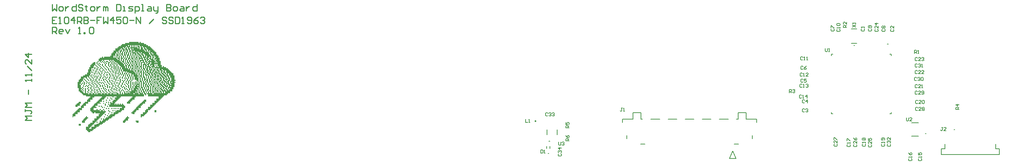
<source format=gto>
G04*
G04 #@! TF.GenerationSoftware,Altium Limited,Altium Designer,24.5.2 (23)*
G04*
G04 Layer_Color=65535*
%FSLAX25Y25*%
%MOIN*%
G70*
G04*
G04 #@! TF.SameCoordinates,FB40088E-2867-4046-8661-3B861C013F0E*
G04*
G04*
G04 #@! TF.FilePolarity,Positive*
G04*
G01*
G75*
%ADD10C,0.00787*%
%ADD11C,0.00984*%
%ADD12C,0.00600*%
%ADD13C,0.00500*%
%ADD14C,0.01000*%
%ADD15C,0.00700*%
G36*
X64433Y122322D02*
X67332D01*
Y121356D01*
X69264D01*
Y120389D01*
X71197D01*
Y119423D01*
X73130D01*
Y118457D01*
X74096D01*
Y117490D01*
X75063D01*
Y116524D01*
X76029D01*
Y115558D01*
X76995D01*
Y114591D01*
X77961D01*
Y113625D01*
X78928D01*
Y111692D01*
X79894D01*
Y110726D01*
X80861D01*
Y108793D01*
X81827D01*
Y105894D01*
X82793D01*
Y102029D01*
X83760D01*
Y100096D01*
X84726D01*
Y101063D01*
X85692D01*
Y100096D01*
X87625D01*
Y99130D01*
X89558D01*
Y98163D01*
X90524D01*
Y97197D01*
X91490D01*
Y96231D01*
X92457D01*
Y95264D01*
X93423D01*
Y94298D01*
X94389D01*
Y92365D01*
X95356D01*
Y88500D01*
X96322D01*
Y87534D01*
X95356D01*
Y86567D01*
X96322D01*
Y85601D01*
X95356D01*
Y81736D01*
X94389D01*
Y79803D01*
X93423D01*
Y77870D01*
X91490D01*
Y75937D01*
X89558D01*
Y74971D01*
X88591D01*
Y74005D01*
X85692D01*
Y73039D01*
X84726D01*
Y72072D01*
X83760D01*
Y71106D01*
X82793D01*
Y70139D01*
X81827D01*
Y69173D01*
X80861D01*
Y68207D01*
X79894D01*
Y67240D01*
X78928D01*
Y66274D01*
X77961D01*
Y65308D01*
X76995D01*
Y64341D01*
X76029D01*
Y63375D01*
X75063D01*
Y62409D01*
X74096D01*
Y61442D01*
X73130D01*
Y60476D01*
X71197D01*
Y58543D01*
X70231D01*
Y57577D01*
X69264D01*
Y56611D01*
X68298D01*
Y55644D01*
X67332D01*
Y54678D01*
X65399D01*
Y53711D01*
X64433D01*
Y56611D01*
X66365D01*
Y58543D01*
X68298D01*
Y60476D01*
X69264D01*
Y61442D01*
X71197D01*
Y63375D01*
X73130D01*
Y65308D01*
X75063D01*
Y67240D01*
X76995D01*
Y69173D01*
X78928D01*
Y71106D01*
X80861D01*
Y73039D01*
X71197D01*
Y74971D01*
X70231D01*
Y75937D01*
X69264D01*
Y77870D01*
X68298D01*
Y79803D01*
X67332D01*
Y81736D01*
X66365D01*
Y82702D01*
Y87534D01*
X65399D01*
Y88500D01*
Y90433D01*
X64433D01*
Y91399D01*
X63466D01*
Y92365D01*
X62500D01*
Y95264D01*
X61534D01*
Y98163D01*
X60567D01*
Y102029D01*
X59601D01*
Y102995D01*
X58635D01*
Y105894D01*
X57668D01*
Y106861D01*
X56702D01*
Y107827D01*
X55736D01*
Y108793D01*
Y109760D01*
Y110726D01*
X54769D01*
Y113625D01*
X53803D01*
Y116524D01*
X52837D01*
Y118457D01*
X51870D01*
Y119423D01*
X50904D01*
Y118457D01*
X51870D01*
Y116524D01*
X52837D01*
Y113625D01*
X53803D01*
Y110726D01*
X54769D01*
Y107827D01*
X55736D01*
Y106861D01*
X56702D01*
Y105894D01*
X57668D01*
Y102995D01*
X58635D01*
Y102029D01*
X59601D01*
Y98163D01*
X60567D01*
Y95264D01*
X61534D01*
Y92365D01*
X62500D01*
Y91399D01*
X63466D01*
Y90433D01*
X64433D01*
Y87534D01*
X65399D01*
Y81736D01*
X66365D01*
Y79803D01*
X67332D01*
Y77870D01*
X68298D01*
Y75937D01*
X69264D01*
Y74971D01*
Y74005D01*
X68298D01*
Y74971D01*
X67332D01*
Y76904D01*
X66365D01*
Y78837D01*
X65399D01*
Y80769D01*
X64433D01*
Y86567D01*
X63466D01*
Y90433D01*
X62500D01*
Y91399D01*
X61534D01*
Y90433D01*
X62500D01*
Y86567D01*
X63466D01*
Y80769D01*
X64433D01*
Y78837D01*
X65399D01*
Y76904D01*
X66365D01*
Y74971D01*
X67332D01*
Y73039D01*
X59601D01*
Y72072D01*
X58635D01*
Y70139D01*
X56702D01*
Y69173D01*
X55736D01*
Y68207D01*
X54769D01*
Y66274D01*
X51870D01*
Y68207D01*
X52837D01*
Y69173D01*
X53803D01*
Y70139D01*
X54769D01*
Y71106D01*
X55736D01*
Y72072D01*
X56702D01*
Y73039D01*
X46072D01*
Y72072D01*
X45106D01*
Y71106D01*
X44139D01*
Y70139D01*
X43173D01*
Y69173D01*
X42207D01*
Y68207D01*
X41240D01*
Y67240D01*
X40274D01*
Y65308D01*
X41240D01*
Y66274D01*
X42207D01*
Y65308D01*
X43173D01*
Y66274D01*
X44139D01*
Y65308D01*
X45106D01*
Y66274D01*
X46072D01*
Y65308D01*
X47038D01*
Y66274D01*
X48005D01*
Y65308D01*
X48971D01*
Y64341D01*
X49937D01*
Y62409D01*
X48971D01*
Y60476D01*
X47038D01*
Y59510D01*
X46072D01*
Y58543D01*
X44139D01*
Y57577D01*
X43173D01*
Y56611D01*
X41240D01*
Y55644D01*
X40274D01*
Y54678D01*
X38341D01*
Y53711D01*
X37375D01*
Y52745D01*
X35442D01*
Y51779D01*
X34476D01*
Y50813D01*
X32543D01*
Y49846D01*
X31577D01*
Y48880D01*
X29644D01*
Y47914D01*
X28678D01*
Y46947D01*
X26745D01*
Y45981D01*
X25779D01*
Y45014D01*
X23846D01*
Y44048D01*
X22880D01*
Y43082D01*
X20947D01*
Y42115D01*
X19981D01*
Y41149D01*
X18048D01*
Y40183D01*
X16115D01*
Y41149D01*
X15149D01*
Y42115D01*
X14183D01*
Y45014D01*
X16115D01*
Y46947D01*
X17082D01*
Y47914D01*
X18048D01*
Y48880D01*
X19981D01*
Y50813D01*
X21914D01*
Y52745D01*
X23846D01*
Y54678D01*
X25779D01*
Y56611D01*
X26745D01*
Y57577D01*
X22880D01*
Y58543D01*
X21914D01*
Y57577D01*
X19981D01*
Y58543D01*
X19014D01*
Y59510D01*
X18048D01*
Y62409D01*
X19014D01*
Y63375D01*
X19981D01*
Y64341D01*
X20947D01*
Y65308D01*
X21914D01*
Y66274D01*
X22880D01*
Y67240D01*
X23846D01*
Y68207D01*
X24813D01*
Y69173D01*
X25779D01*
Y70139D01*
X26745D01*
Y71106D01*
X27711D01*
Y72072D01*
X28678D01*
Y73039D01*
X21914D01*
Y72072D01*
X19981D01*
Y70139D01*
X18048D01*
Y68207D01*
X16115D01*
Y66274D01*
X14183D01*
Y64341D01*
X12250D01*
Y62409D01*
X10317D01*
Y60476D01*
X8385D01*
Y58543D01*
X6452D01*
Y56611D01*
X4519D01*
Y54678D01*
X2586D01*
Y53711D01*
X1620D01*
Y56611D01*
X2586D01*
Y57577D01*
X3553D01*
Y58543D01*
X4519D01*
Y59510D01*
X5486D01*
Y60476D01*
X6452D01*
Y61442D01*
X7418D01*
Y62409D01*
X9351D01*
Y64341D01*
X10317D01*
Y65308D01*
X11284D01*
Y66274D01*
X12250D01*
Y67240D01*
X13216D01*
Y68207D01*
X15149D01*
Y70139D01*
X16115D01*
Y71106D01*
X17082D01*
Y72072D01*
X18048D01*
Y73039D01*
X14183D01*
Y74005D01*
X11284D01*
Y74971D01*
X10317D01*
Y75937D01*
X9351D01*
Y76904D01*
X8385D01*
Y77870D01*
X7418D01*
Y80769D01*
X6452D01*
Y86567D01*
X7418D01*
Y88500D01*
X8385D01*
Y89466D01*
X9351D01*
Y91399D01*
X11284D01*
Y92365D01*
X13216D01*
Y93332D01*
X15149D01*
Y95264D01*
X16115D01*
Y98163D01*
X17082D01*
Y100096D01*
X18048D01*
Y102029D01*
X19014D01*
Y102995D01*
X19981D01*
Y103962D01*
X20947D01*
Y104928D01*
X22880D01*
Y102029D01*
X23846D01*
Y101063D01*
X24813D01*
Y100096D01*
X25779D01*
Y99130D01*
X24813D01*
Y100096D01*
X23846D01*
Y101063D01*
X22880D01*
Y102029D01*
X21914D01*
Y101063D01*
X20947D01*
Y99130D01*
X19014D01*
Y96231D01*
X19981D01*
Y95264D01*
X20947D01*
Y94298D01*
X19981D01*
Y95264D01*
X19014D01*
Y96231D01*
X18048D01*
Y95264D01*
X19014D01*
Y94298D01*
X18048D01*
Y92365D01*
X19014D01*
Y91399D01*
X19981D01*
Y90433D01*
X20947D01*
Y89466D01*
X21914D01*
Y88500D01*
X20947D01*
Y89466D01*
X19981D01*
Y90433D01*
X19014D01*
Y91399D01*
X18048D01*
Y92365D01*
X17082D01*
Y90433D01*
X18048D01*
Y89466D01*
X19014D01*
Y87534D01*
X19981D01*
Y86567D01*
X20947D01*
Y85601D01*
X19981D01*
Y86567D01*
X19014D01*
Y87534D01*
X18048D01*
Y89466D01*
X17082D01*
Y90433D01*
X16115D01*
Y91399D01*
X15149D01*
Y89466D01*
X16115D01*
Y88500D01*
X17082D01*
Y87534D01*
X16115D01*
Y88500D01*
X15149D01*
Y89466D01*
X14183D01*
Y90433D01*
X12250D01*
Y89466D01*
X13216D01*
Y88500D01*
X14183D01*
Y87534D01*
X15149D01*
Y86567D01*
X16115D01*
Y85601D01*
X17082D01*
Y84635D01*
X18048D01*
Y83668D01*
X19014D01*
Y82702D01*
X19981D01*
Y81736D01*
X19014D01*
Y82702D01*
X18048D01*
Y83668D01*
X17082D01*
Y84635D01*
X16115D01*
Y85601D01*
X15149D01*
Y86567D01*
X14183D01*
Y87534D01*
X13216D01*
Y88500D01*
X12250D01*
Y89466D01*
X11284D01*
Y87534D01*
X12250D01*
Y86567D01*
X13216D01*
Y84635D01*
Y83668D01*
X12250D01*
Y86567D01*
X11284D01*
Y87534D01*
X10317D01*
Y86567D01*
X9351D01*
Y84635D01*
X10317D01*
Y83668D01*
X9351D01*
Y84635D01*
X8385D01*
Y83668D01*
X9351D01*
Y80769D01*
X10317D01*
Y79803D01*
X11284D01*
Y78837D01*
X12250D01*
Y77870D01*
X11284D01*
Y78837D01*
X10317D01*
Y79803D01*
X9351D01*
Y78837D01*
X10317D01*
Y77870D01*
X11284D01*
Y76904D01*
X12250D01*
Y75937D01*
X13216D01*
Y80769D01*
X14183D01*
Y75937D01*
X16115D01*
Y74971D01*
X17082D01*
Y75937D01*
X16115D01*
Y76904D01*
X15149D01*
Y77870D01*
X16115D01*
Y76904D01*
X17082D01*
Y75937D01*
X19014D01*
Y74971D01*
X19981D01*
Y75937D01*
X19014D01*
Y76904D01*
X18048D01*
Y77870D01*
X19014D01*
Y76904D01*
X19981D01*
Y75937D01*
X21914D01*
Y74971D01*
X22880D01*
Y75937D01*
X21914D01*
Y76904D01*
Y77870D01*
X20947D01*
Y78837D01*
X21914D01*
Y77870D01*
X22880D01*
Y75937D01*
X23846D01*
Y74971D01*
X24813D01*
Y75937D01*
X23846D01*
Y76904D01*
X24813D01*
Y75937D01*
X27711D01*
Y74971D01*
X28678D01*
Y75937D01*
X27711D01*
Y76904D01*
X26745D01*
Y78837D01*
X25779D01*
Y80769D01*
X24813D01*
Y81736D01*
X23846D01*
Y82702D01*
Y83668D01*
X22880D01*
Y84635D01*
X21914D01*
Y85601D01*
X22880D01*
Y84635D01*
X23846D01*
Y83668D01*
X24813D01*
Y81736D01*
X25779D01*
Y80769D01*
X26745D01*
Y79803D01*
Y78837D01*
X27711D01*
Y77870D01*
Y76904D01*
X28678D01*
Y75937D01*
X30611D01*
Y74971D01*
X31577D01*
Y75937D01*
X30611D01*
Y76904D01*
X29644D01*
Y77870D01*
X28678D01*
Y78837D01*
X29644D01*
Y77870D01*
X30611D01*
Y76904D01*
X31577D01*
Y75937D01*
X33510D01*
Y74971D01*
X34476D01*
Y75937D01*
X33510D01*
Y76904D01*
X32543D01*
Y77870D01*
X31577D01*
Y78837D01*
X30611D01*
Y79803D01*
X29644D01*
Y81736D01*
X28678D01*
Y82702D01*
Y83668D01*
X29644D01*
Y81736D01*
X30611D01*
Y80769D01*
Y79803D01*
X31577D01*
Y78837D01*
X32543D01*
Y77870D01*
X33510D01*
Y76904D01*
X34476D01*
Y75937D01*
X36409D01*
Y74971D01*
X37375D01*
Y75937D01*
X36409D01*
Y76904D01*
X35442D01*
Y77870D01*
X34476D01*
Y79803D01*
X35442D01*
Y78837D01*
Y77870D01*
X36409D01*
Y76904D01*
X37375D01*
Y75937D01*
X39308D01*
Y74971D01*
X40274D01*
Y75937D01*
X39308D01*
Y76904D01*
X38341D01*
Y77870D01*
X37375D01*
Y78837D01*
X36409D01*
Y79803D01*
X37375D01*
Y78837D01*
X38341D01*
Y77870D01*
X39308D01*
Y76904D01*
X40274D01*
Y75937D01*
X41240D01*
Y74971D01*
X42207D01*
Y75937D01*
X41240D01*
Y76904D01*
X40274D01*
Y77870D01*
X41240D01*
Y76904D01*
X43173D01*
Y75937D01*
X44139D01*
Y74971D01*
X45106D01*
Y77870D01*
X44139D01*
Y79803D01*
X45106D01*
Y77870D01*
X46072D01*
Y74971D01*
X47038D01*
Y76904D01*
X48005D01*
Y74971D01*
X48971D01*
Y77870D01*
X48005D01*
Y78837D01*
X47038D01*
Y79803D01*
X48005D01*
Y78837D01*
X48971D01*
Y77870D01*
X49937D01*
Y75937D01*
X52837D01*
Y76904D01*
X50904D01*
Y77870D01*
X52837D01*
Y76904D01*
X53803D01*
Y75937D01*
X54769D01*
Y76904D01*
X53803D01*
Y77870D01*
X52837D01*
Y78837D01*
X51870D01*
Y79803D01*
X50904D01*
Y80769D01*
X51870D01*
Y79803D01*
X52837D01*
Y78837D01*
X53803D01*
Y77870D01*
X55736D01*
Y80769D01*
X54769D01*
Y87534D01*
X53803D01*
Y88500D01*
X54769D01*
Y87534D01*
X55736D01*
Y81736D01*
Y80769D01*
X56702D01*
Y78837D01*
X57668D01*
Y80769D01*
X56702D01*
Y82702D01*
X57668D01*
Y81736D01*
Y80769D01*
X58635D01*
Y82702D01*
X57668D01*
Y83668D01*
X56702D01*
Y86567D01*
X57668D01*
Y83668D01*
X58635D01*
Y82702D01*
X59601D01*
Y83668D01*
X58635D01*
Y84635D01*
Y85601D01*
Y86567D01*
X59601D01*
Y83668D01*
X60567D01*
Y86567D01*
X59601D01*
Y87534D01*
X60567D01*
Y86567D01*
X61534D01*
Y84635D01*
X62500D01*
Y86567D01*
X61534D01*
Y87534D01*
X60567D01*
Y88500D01*
X58635D01*
Y89466D01*
Y91399D01*
X57668D01*
Y93332D01*
X56702D01*
Y91399D01*
X57668D01*
Y88500D01*
X56702D01*
Y89466D01*
Y90433D01*
Y91399D01*
X55736D01*
Y94298D01*
X53803D01*
Y95264D01*
X51870D01*
Y96231D01*
X50904D01*
Y95264D01*
X51870D01*
Y93332D01*
X52837D01*
Y91399D01*
X53803D01*
Y89466D01*
X52837D01*
Y91399D01*
X51870D01*
Y93332D01*
X50904D01*
Y94298D01*
Y95264D01*
X49937D01*
Y96231D01*
X48005D01*
Y98163D01*
X47038D01*
Y100096D01*
X46072D01*
Y101063D01*
X45106D01*
Y102029D01*
X44139D01*
Y102995D01*
X43173D01*
Y103962D01*
X42207D01*
Y104928D01*
X40274D01*
Y105894D01*
X39308D01*
Y106861D01*
X38341D01*
Y105894D01*
X39308D01*
Y104928D01*
X40274D01*
Y102995D01*
X41240D01*
Y102029D01*
X40274D01*
Y102995D01*
X39308D01*
Y104928D01*
X38341D01*
Y105894D01*
X37375D01*
Y106861D01*
X36409D01*
Y105894D01*
X37375D01*
Y104928D01*
X38341D01*
Y102995D01*
X39308D01*
Y102029D01*
X40274D01*
Y98163D01*
X41240D01*
Y96231D01*
X42207D01*
Y93332D01*
X41240D01*
Y96231D01*
X40274D01*
Y97197D01*
Y98163D01*
X39308D01*
Y99130D01*
Y102029D01*
X38341D01*
Y102995D01*
X37375D01*
Y103962D01*
Y104928D01*
X36409D01*
Y105894D01*
X35442D01*
Y106861D01*
X30611D01*
Y105894D01*
X31577D01*
Y104928D01*
X32543D01*
Y103962D01*
X33510D01*
Y102995D01*
X32543D01*
Y103962D01*
X31577D01*
Y104928D01*
X30611D01*
Y105894D01*
X29644D01*
Y106861D01*
X28678D01*
Y105894D01*
X29644D01*
Y104928D01*
X30611D01*
Y103962D01*
X31577D01*
Y102995D01*
X32543D01*
Y101063D01*
X33510D01*
Y100096D01*
X34476D01*
Y99130D01*
X35442D01*
Y97197D01*
X36409D01*
Y96231D01*
X37375D01*
Y95264D01*
X36409D01*
Y96231D01*
X35442D01*
Y97197D01*
X34476D01*
Y98163D01*
Y99130D01*
X33510D01*
Y100096D01*
X32543D01*
Y101063D01*
X31577D01*
Y102995D01*
X30611D01*
Y103962D01*
X29644D01*
Y104928D01*
X28678D01*
Y105894D01*
X27711D01*
Y104928D01*
X28678D01*
Y103962D01*
X27711D01*
Y104928D01*
X26745D01*
Y105894D01*
X25779D01*
Y107827D01*
X26745D01*
Y108793D01*
X28678D01*
Y109760D01*
X29644D01*
Y108793D01*
X30611D01*
Y109760D01*
X36409D01*
Y110726D01*
X37375D01*
Y112659D01*
X38341D01*
Y113625D01*
X39308D01*
Y115558D01*
X41240D01*
Y117490D01*
X43173D01*
Y118457D01*
X44139D01*
Y119423D01*
X46072D01*
Y120389D01*
X47038D01*
Y121356D01*
X49937D01*
Y122322D01*
X53803D01*
Y123289D01*
X62500D01*
Y122322D01*
X63466D01*
Y123289D01*
X64433D01*
Y122322D01*
D02*
G37*
G36*
X25779Y104928D02*
X24813D01*
Y105894D01*
X25779D01*
Y104928D01*
D02*
G37*
G36*
X26745Y102995D02*
X27711D01*
Y102029D01*
X26745D01*
Y102995D01*
X25779D01*
Y103962D01*
X26745D01*
Y102995D01*
D02*
G37*
G36*
X34476Y104928D02*
X36409D01*
Y103962D01*
X35442D01*
Y102029D01*
Y101063D01*
X36409D01*
Y100096D01*
X35442D01*
Y101063D01*
X34476D01*
Y104928D01*
X32543D01*
Y105894D01*
X34476D01*
Y104928D01*
D02*
G37*
G36*
X37375Y101063D02*
X38341D01*
Y100096D01*
Y99130D01*
X37375D01*
Y101063D01*
X36409D01*
Y102995D01*
X37375D01*
Y101063D01*
D02*
G37*
G36*
X27711Y98163D02*
X26745D01*
Y99130D01*
X27711D01*
Y98163D01*
D02*
G37*
G36*
X22880D02*
X21914D01*
Y99130D01*
Y100096D01*
X22880D01*
Y98163D01*
D02*
G37*
G36*
X29644Y101063D02*
X30611D01*
Y100096D01*
X31577D01*
Y99130D01*
X32543D01*
Y98163D01*
X33510D01*
Y97197D01*
X32543D01*
Y98163D01*
X31577D01*
Y99130D01*
X30611D01*
Y100096D01*
X29644D01*
Y101063D01*
X28678D01*
Y102995D01*
X29644D01*
Y101063D01*
D02*
G37*
G36*
X24813Y97197D02*
X23846D01*
Y98163D01*
Y99130D01*
X24813D01*
Y97197D01*
D02*
G37*
G36*
X42207Y98163D02*
X43173D01*
Y96231D01*
X42207D01*
Y98163D01*
X41240D01*
Y99130D01*
Y100096D01*
Y101063D01*
X42207D01*
Y98163D01*
D02*
G37*
G36*
X29644Y96231D02*
X28678D01*
Y97197D01*
X29644D01*
Y96231D01*
D02*
G37*
G36*
X20947Y97197D02*
X21914D01*
Y96231D01*
X20947D01*
Y97197D01*
X19981D01*
Y98163D01*
X20947D01*
Y97197D01*
D02*
G37*
G36*
X23846Y95264D02*
X22880D01*
Y96231D01*
Y97197D01*
X23846D01*
Y95264D01*
D02*
G37*
G36*
X37375Y98163D02*
X38341D01*
Y97197D01*
X39308D01*
Y95264D01*
X40274D01*
Y94298D01*
X39308D01*
Y95264D01*
X38341D01*
Y97197D01*
X37375D01*
Y98163D01*
X36409D01*
Y99130D01*
X37375D01*
Y98163D01*
D02*
G37*
G36*
X24813Y103962D02*
Y102995D01*
X25779D01*
Y102029D01*
X26745D01*
Y101063D01*
X27711D01*
Y100096D01*
X28678D01*
Y99130D01*
X29644D01*
Y98163D01*
X30611D01*
Y97197D01*
X31577D01*
Y96231D01*
X32543D01*
Y95264D01*
X33510D01*
Y94298D01*
X32543D01*
Y95264D01*
X31577D01*
Y96231D01*
X30611D01*
Y97197D01*
X29644D01*
Y98163D01*
X28678D01*
Y99130D01*
X27711D01*
Y100096D01*
X26745D01*
Y101063D01*
X25779D01*
Y102029D01*
X24813D01*
Y102995D01*
X23846D01*
Y104928D01*
X24813D01*
Y103962D01*
D02*
G37*
G36*
X26745Y97197D02*
X27711D01*
Y96231D01*
X28678D01*
Y95264D01*
X29644D01*
Y94298D01*
X28678D01*
Y95264D01*
X27711D01*
Y96231D01*
X26745D01*
Y97197D01*
X25779D01*
Y98163D01*
X26745D01*
Y97197D01*
D02*
G37*
G36*
X31577Y93332D02*
X30611D01*
Y94298D01*
Y95264D01*
X31577D01*
Y93332D01*
D02*
G37*
G36*
X28678D02*
X27711D01*
Y94298D01*
X28678D01*
Y93332D01*
D02*
G37*
G36*
X24813D02*
X23846D01*
Y94298D01*
X24813D01*
Y93332D01*
D02*
G37*
G36*
X22880Y94298D02*
Y93332D01*
X21914D01*
Y95264D01*
X22880D01*
Y94298D01*
D02*
G37*
G36*
X42207Y102995D02*
X43173D01*
Y102029D01*
Y101063D01*
X44139D01*
Y100096D01*
Y99130D01*
Y98163D01*
X45106D01*
Y95264D01*
X46072D01*
Y93332D01*
X47038D01*
Y92365D01*
X46072D01*
Y93332D01*
X45106D01*
Y95264D01*
X44139D01*
Y98163D01*
X43173D01*
Y101063D01*
X42207D01*
Y102995D01*
X41240D01*
Y103962D01*
X42207D01*
Y102995D01*
D02*
G37*
G36*
X44139Y93332D02*
X45106D01*
Y92365D01*
X44139D01*
Y93332D01*
X43173D01*
Y95264D01*
X44139D01*
Y93332D01*
D02*
G37*
G36*
X34476Y92365D02*
X32543D01*
Y93332D01*
X34476D01*
Y92365D01*
D02*
G37*
G36*
X19981D02*
X19014D01*
Y93332D01*
X19981D01*
Y92365D01*
D02*
G37*
G36*
X46072Y99130D02*
Y98163D01*
X47038D01*
Y96231D01*
X48005D01*
Y93332D01*
X48971D01*
Y92365D01*
Y91399D01*
X48005D01*
Y93332D01*
X47038D01*
Y96231D01*
X46072D01*
Y98163D01*
X45106D01*
Y100096D01*
X46072D01*
Y99130D01*
D02*
G37*
G36*
X44139Y91399D02*
X43173D01*
Y92365D01*
X44139D01*
Y91399D01*
D02*
G37*
G36*
X34476Y95264D02*
X35442D01*
Y94298D01*
X36409D01*
Y93332D01*
Y92365D01*
X37375D01*
Y91399D01*
X36409D01*
Y92365D01*
X35442D01*
Y94298D01*
X34476D01*
Y95264D01*
X33510D01*
Y96231D01*
X34476D01*
Y95264D01*
D02*
G37*
G36*
X25779D02*
X26745D01*
Y93332D01*
X27711D01*
Y92365D01*
X28678D01*
Y91399D01*
X27711D01*
Y92365D01*
X26745D01*
Y93332D01*
X25779D01*
Y94298D01*
Y95264D01*
X24813D01*
Y96231D01*
X25779D01*
Y95264D01*
D02*
G37*
G36*
Y91399D02*
X24813D01*
Y92365D01*
X25779D01*
Y91399D01*
D02*
G37*
G36*
X46072Y90433D02*
X45106D01*
Y91399D01*
X46072D01*
Y90433D01*
D02*
G37*
G36*
X34476D02*
X33510D01*
Y91399D01*
X34476D01*
Y90433D01*
D02*
G37*
G36*
X30611D02*
X29644D01*
Y91399D01*
X30611D01*
Y90433D01*
D02*
G37*
G36*
X21914Y91399D02*
X22880D01*
Y90433D01*
X21914D01*
Y91399D01*
X20947D01*
Y92365D01*
Y93332D01*
X21914D01*
Y91399D01*
D02*
G37*
G36*
X48005Y89466D02*
X47038D01*
Y90433D01*
Y91399D01*
X48005D01*
Y89466D01*
D02*
G37*
G36*
X41240Y92365D02*
X42207D01*
Y91399D01*
X43173D01*
Y90433D01*
Y89466D01*
X42207D01*
Y91399D01*
X41240D01*
Y92365D01*
X40274D01*
Y93332D01*
X41240D01*
Y92365D01*
D02*
G37*
G36*
X38341Y89466D02*
X37375D01*
Y90433D01*
X38341D01*
Y89466D01*
D02*
G37*
G36*
X36409D02*
X35442D01*
Y90433D01*
Y91399D01*
X36409D01*
Y89466D01*
D02*
G37*
G36*
X30611Y92365D02*
X31577D01*
Y91399D01*
X32543D01*
Y90433D01*
X33510D01*
Y89466D01*
X32543D01*
Y90433D01*
X31577D01*
Y91399D01*
X30611D01*
Y92365D01*
X29644D01*
Y93332D01*
X30611D01*
Y92365D01*
D02*
G37*
G36*
X27711Y89466D02*
X26745D01*
Y91399D01*
X27711D01*
Y89466D01*
D02*
G37*
G36*
X23846Y91399D02*
X24813D01*
Y89466D01*
X23846D01*
Y91399D01*
X22880D01*
Y92365D01*
X23846D01*
Y91399D01*
D02*
G37*
G36*
X49937Y89466D02*
X50904D01*
Y88500D01*
X49937D01*
Y89466D01*
X48971D01*
Y90433D01*
X49937D01*
Y89466D01*
D02*
G37*
G36*
X38341Y93332D02*
X39308D01*
Y91399D01*
X40274D01*
Y89466D01*
Y88500D01*
X39308D01*
Y91399D01*
X38341D01*
Y92365D01*
Y93332D01*
X37375D01*
Y94298D01*
X38341D01*
Y93332D01*
D02*
G37*
G36*
X53803D02*
X54769D01*
Y91399D01*
X55736D01*
Y88500D01*
X56702D01*
Y87534D01*
X55736D01*
Y88500D01*
X54769D01*
Y91399D01*
X53803D01*
Y93332D01*
X52837D01*
Y94298D01*
X53803D01*
Y93332D01*
D02*
G37*
G36*
X49937Y87534D02*
X48971D01*
Y88500D01*
X49937D01*
Y87534D01*
D02*
G37*
G36*
X44139D02*
X43173D01*
Y88500D01*
X44139D01*
Y87534D01*
D02*
G37*
G36*
X42207D02*
X41240D01*
Y89466D01*
X42207D01*
Y87534D01*
D02*
G37*
G36*
X28678D02*
X27711D01*
Y88500D01*
X28678D01*
Y87534D01*
D02*
G37*
G36*
X26745D02*
X25779D01*
Y88500D01*
Y89466D01*
X26745D01*
Y87534D01*
D02*
G37*
G36*
X20947D02*
X19981D01*
Y88500D01*
X20947D01*
Y87534D01*
D02*
G37*
G36*
X51870Y86567D02*
X50904D01*
Y87534D01*
X51870D01*
Y86567D01*
D02*
G37*
G36*
X38341Y87534D02*
X39308D01*
Y86567D01*
X38341D01*
Y87534D01*
X37375D01*
Y88500D01*
X38341D01*
Y87534D01*
D02*
G37*
G36*
X22880Y86567D02*
X21914D01*
Y87534D01*
X22880D01*
Y86567D01*
D02*
G37*
G36*
X48005Y87534D02*
X48971D01*
Y85601D01*
X48005D01*
Y87534D01*
X47038D01*
Y88500D01*
X48005D01*
Y87534D01*
D02*
G37*
G36*
X45106Y89466D02*
X46072D01*
Y85601D01*
X45106D01*
Y89466D01*
X44139D01*
Y90433D01*
X45106D01*
Y89466D01*
D02*
G37*
G36*
X41240Y85601D02*
X40274D01*
Y87534D01*
X41240D01*
Y85601D01*
D02*
G37*
G36*
X29644Y89466D02*
X30611D01*
Y87534D01*
X31577D01*
Y86567D01*
X32543D01*
Y85601D01*
X31577D01*
Y86567D01*
X30611D01*
Y87534D01*
X29644D01*
Y89466D01*
X28678D01*
Y90433D01*
X29644D01*
Y89466D01*
D02*
G37*
G36*
X18048Y85601D02*
X17082D01*
Y86567D01*
X18048D01*
Y85601D01*
D02*
G37*
G36*
X49937Y93332D02*
X50904D01*
Y90433D01*
X51870D01*
Y89466D01*
X52837D01*
Y87534D01*
X53803D01*
Y84635D01*
X52837D01*
Y85601D01*
Y87534D01*
X51870D01*
Y88500D01*
Y89466D01*
X50904D01*
Y90433D01*
X49937D01*
Y93332D01*
X48971D01*
Y94298D01*
Y95264D01*
X49937D01*
Y93332D01*
D02*
G37*
G36*
X43173Y85601D02*
Y84635D01*
X42207D01*
Y86567D01*
X43173D01*
Y85601D01*
D02*
G37*
G36*
X27711D02*
X28678D01*
Y84635D01*
X27711D01*
Y85601D01*
X25779D01*
Y86567D01*
X27711D01*
Y85601D01*
D02*
G37*
G36*
X15149Y84635D02*
X14183D01*
Y85601D01*
X15149D01*
Y84635D01*
D02*
G37*
G36*
X11284D02*
X10317D01*
Y85601D01*
X11284D01*
Y84635D01*
D02*
G37*
G36*
X48005Y83668D02*
X47038D01*
Y85601D01*
X48005D01*
Y83668D01*
D02*
G37*
G36*
X45106Y84635D02*
Y83668D01*
X44139D01*
Y85601D01*
X45106D01*
Y84635D01*
D02*
G37*
G36*
X32543Y88500D02*
X33510D01*
Y87534D01*
X34476D01*
Y85601D01*
X35442D01*
Y84635D01*
X36409D01*
Y83668D01*
X35442D01*
Y84635D01*
X34476D01*
Y85601D01*
X33510D01*
Y86567D01*
Y87534D01*
X32543D01*
Y88500D01*
X31577D01*
Y89466D01*
X32543D01*
Y88500D01*
D02*
G37*
G36*
X40274Y84635D02*
X41240D01*
Y83668D01*
X42207D01*
Y82702D01*
X41240D01*
Y83668D01*
X40274D01*
Y84635D01*
X39308D01*
Y85601D01*
X40274D01*
Y84635D01*
D02*
G37*
G36*
X17082Y82702D02*
X16115D01*
Y83668D01*
X17082D01*
Y82702D01*
D02*
G37*
G36*
X49937Y83668D02*
X50904D01*
Y82702D01*
X51870D01*
Y81736D01*
X50904D01*
Y82702D01*
X49937D01*
Y83668D01*
X48971D01*
Y84635D01*
X49937D01*
Y83668D01*
D02*
G37*
G36*
X35442Y88500D02*
X36409D01*
Y86567D01*
X37375D01*
Y85601D01*
X38341D01*
Y83668D01*
X39308D01*
Y81736D01*
X38341D01*
Y82702D01*
Y83668D01*
X37375D01*
Y84635D01*
Y85601D01*
X36409D01*
Y86567D01*
X35442D01*
Y87534D01*
Y88500D01*
X34476D01*
Y89466D01*
X35442D01*
Y88500D01*
D02*
G37*
G36*
X29644Y85601D02*
X30611D01*
Y84635D01*
X31577D01*
Y82702D01*
X32543D01*
Y81736D01*
X31577D01*
Y82702D01*
X30611D01*
Y84635D01*
X29644D01*
Y85601D01*
X28678D01*
Y86567D01*
X29644D01*
Y85601D01*
D02*
G37*
G36*
X23846Y88500D02*
Y87534D01*
X24813D01*
Y85601D01*
X25779D01*
Y84635D01*
X26745D01*
Y83668D01*
X27711D01*
Y82702D01*
Y81736D01*
X26745D01*
Y83668D01*
X25779D01*
Y84635D01*
X24813D01*
Y85601D01*
X23846D01*
Y86567D01*
Y87534D01*
X22880D01*
Y89466D01*
X23846D01*
Y88500D01*
D02*
G37*
G36*
X14183Y81736D02*
X13216D01*
Y82702D01*
X14183D01*
Y81736D01*
D02*
G37*
G36*
X12250D02*
X11284D01*
Y83668D01*
X12250D01*
Y81736D01*
D02*
G37*
G36*
X47038D02*
X48005D01*
Y80769D01*
X47038D01*
Y81736D01*
X46072D01*
Y82702D01*
Y83668D01*
X47038D01*
Y81736D01*
D02*
G37*
G36*
X36409D02*
Y80769D01*
X35442D01*
Y82702D01*
X36409D01*
Y81736D01*
D02*
G37*
G36*
X33510Y83668D02*
X34476D01*
Y80769D01*
X33510D01*
Y81736D01*
Y83668D01*
X32543D01*
Y84635D01*
X33510D01*
Y83668D01*
D02*
G37*
G36*
X23846Y80769D02*
X22880D01*
Y81736D01*
X23846D01*
Y80769D01*
D02*
G37*
G36*
X15149Y82702D02*
X16115D01*
Y81736D01*
X17082D01*
Y80769D01*
X16115D01*
Y81736D01*
X15149D01*
Y82702D01*
X14183D01*
Y83668D01*
X15149D01*
Y82702D01*
D02*
G37*
G36*
X44139Y81736D02*
X45106D01*
Y80769D01*
X46072D01*
Y79803D01*
X45106D01*
Y80769D01*
X44139D01*
Y81736D01*
X43173D01*
Y83668D01*
X44139D01*
Y81736D01*
D02*
G37*
G36*
X41240D02*
X42207D01*
Y80769D01*
X43173D01*
Y79803D01*
X42207D01*
Y80769D01*
X41240D01*
Y81736D01*
X40274D01*
Y82702D01*
X41240D01*
Y81736D01*
D02*
G37*
G36*
X38341Y79803D02*
X37375D01*
Y81736D01*
X38341D01*
Y79803D01*
D02*
G37*
G36*
X28678D02*
X27711D01*
Y80769D01*
X28678D01*
Y79803D01*
D02*
G37*
G36*
X11284Y80769D02*
X12250D01*
Y79803D01*
X11284D01*
Y80769D01*
X10317D01*
Y81736D01*
X11284D01*
Y80769D01*
D02*
G37*
G36*
X50904Y85601D02*
X51870D01*
Y84635D01*
X52837D01*
Y83668D01*
X53803D01*
Y80769D01*
X54769D01*
Y78837D01*
X53803D01*
Y80769D01*
X52837D01*
Y83668D01*
X51870D01*
Y84635D01*
X50904D01*
Y85601D01*
X49937D01*
Y86567D01*
X50904D01*
Y85601D01*
D02*
G37*
G36*
X48971Y81736D02*
X49937D01*
Y79803D01*
X50904D01*
Y78837D01*
X49937D01*
Y79803D01*
X48971D01*
Y81736D01*
X48005D01*
Y82702D01*
X48971D01*
Y81736D01*
D02*
G37*
G36*
X40274Y78837D02*
X39308D01*
Y79803D01*
Y80769D01*
X40274D01*
Y78837D01*
D02*
G37*
G36*
X32543Y79803D02*
X33510D01*
Y78837D01*
X32543D01*
Y79803D01*
X31577D01*
Y80769D01*
X32543D01*
Y79803D01*
D02*
G37*
G36*
X19981Y84635D02*
X20947D01*
Y83668D01*
X21914D01*
Y79803D01*
X22880D01*
Y78837D01*
X21914D01*
Y79803D01*
X20947D01*
Y80769D01*
Y83668D01*
X19981D01*
Y84635D01*
X19014D01*
Y85601D01*
X19981D01*
Y84635D01*
D02*
G37*
G36*
X47038Y77870D02*
X46072D01*
Y78837D01*
X47038D01*
Y77870D01*
D02*
G37*
G36*
X42207Y78837D02*
X43173D01*
Y77870D01*
X42207D01*
Y78837D01*
X41240D01*
Y79803D01*
X42207D01*
Y78837D01*
D02*
G37*
G36*
X19014Y79803D02*
X19981D01*
Y77870D01*
X19014D01*
Y79803D01*
X18048D01*
Y81736D01*
X19014D01*
Y79803D01*
D02*
G37*
G36*
X16115D02*
X17082D01*
Y77870D01*
X16115D01*
Y79803D01*
X15149D01*
Y80769D01*
X16115D01*
Y79803D01*
D02*
G37*
G36*
X24813Y77870D02*
X25779D01*
Y76904D01*
X24813D01*
Y77870D01*
X23846D01*
Y79803D01*
X24813D01*
Y77870D01*
D02*
G37*
G36*
X9351Y67240D02*
Y66274D01*
X8385D01*
Y64341D01*
X6452D01*
Y63375D01*
X4519D01*
Y65308D01*
X5486D01*
Y66274D01*
X6452D01*
Y67240D01*
X7418D01*
Y68207D01*
X9351D01*
Y67240D01*
D02*
G37*
G36*
X78928Y58543D02*
X76995D01*
Y60476D01*
X78928D01*
Y58543D01*
D02*
G37*
G36*
X69264Y68207D02*
X68298D01*
Y66274D01*
X66365D01*
Y65308D01*
X65399D01*
Y64341D01*
X64433D01*
Y62409D01*
X62500D01*
Y60476D01*
X60567D01*
Y59510D01*
X59601D01*
Y58543D01*
X58635D01*
Y57577D01*
Y56611D01*
X56702D01*
Y57577D01*
X55736D01*
Y58543D01*
X56702D01*
Y59510D01*
X57668D01*
Y60476D01*
X58635D01*
Y61442D01*
X59601D01*
Y62409D01*
X60567D01*
Y63375D01*
X61534D01*
Y64341D01*
X62500D01*
Y65308D01*
X63466D01*
Y66274D01*
X64433D01*
Y67240D01*
X65399D01*
Y68207D01*
X66365D01*
Y69173D01*
X67332D01*
Y70139D01*
X69264D01*
Y68207D01*
D02*
G37*
G36*
X62500Y48880D02*
X60567D01*
Y49846D01*
X59601D01*
Y50813D01*
X62500D01*
Y48880D01*
D02*
G37*
G36*
X52837Y53711D02*
X53803D01*
Y52745D01*
X52837D01*
Y50813D01*
X50904D01*
Y49846D01*
X49937D01*
Y48880D01*
X48005D01*
Y50813D01*
X48971D01*
Y51779D01*
X49937D01*
Y52745D01*
X50904D01*
Y53711D01*
X51870D01*
Y54678D01*
X52837D01*
Y53711D01*
D02*
G37*
G36*
X15149D02*
X16115D01*
Y52745D01*
X15149D01*
Y51779D01*
X14183D01*
Y50813D01*
X13216D01*
Y48880D01*
X10317D01*
Y49846D01*
Y50813D01*
X11284D01*
Y51779D01*
X12250D01*
Y52745D01*
X13216D01*
Y53711D01*
X14183D01*
Y54678D01*
X15149D01*
Y53711D01*
D02*
G37*
G36*
X9351Y46947D02*
Y45981D01*
X7418D01*
Y47914D01*
X9351D01*
Y46947D01*
D02*
G37*
%LPC*%
G36*
X53803Y120389D02*
X52837D01*
Y119423D01*
X53803D01*
Y120389D01*
D02*
G37*
G36*
X59601D02*
X58635D01*
Y118457D01*
X59601D01*
Y119423D01*
Y120389D01*
D02*
G37*
G36*
X57668D02*
X56702D01*
Y118457D01*
X57668D01*
Y119423D01*
Y120389D01*
D02*
G37*
G36*
X55736D02*
X54769D01*
Y118457D01*
X55736D01*
Y120389D01*
D02*
G37*
G36*
X61534D02*
X60567D01*
Y118457D01*
X61534D01*
Y117490D01*
X62500D01*
Y118457D01*
X61534D01*
Y119423D01*
Y120389D01*
D02*
G37*
G36*
X50904Y118457D02*
X49937D01*
Y117490D01*
X50904D01*
Y118457D01*
D02*
G37*
G36*
X63466Y120389D02*
X62500D01*
Y119423D01*
X63466D01*
Y116524D01*
X64433D01*
Y119423D01*
X63466D01*
Y120389D01*
D02*
G37*
G36*
X57668Y117490D02*
X56702D01*
Y116524D01*
X57668D01*
Y117490D01*
D02*
G37*
G36*
X46072Y116524D02*
X45106D01*
Y115558D01*
X46072D01*
Y116524D01*
D02*
G37*
G36*
X48971Y118457D02*
X48005D01*
Y117490D01*
X48971D01*
Y116524D01*
X49937D01*
Y115558D01*
X50904D01*
Y114591D01*
X51870D01*
Y115558D01*
X50904D01*
Y116524D01*
X49937D01*
Y117490D01*
X48971D01*
Y118457D01*
D02*
G37*
G36*
X73130Y115558D02*
X72163D01*
Y114591D01*
X73130D01*
Y115558D01*
D02*
G37*
G36*
X66365Y119423D02*
X65399D01*
Y118457D01*
X66365D01*
Y116524D01*
X67332D01*
Y115558D01*
X68298D01*
Y114591D01*
X69264D01*
Y115558D01*
X68298D01*
Y116524D01*
X67332D01*
Y118457D01*
X66365D01*
Y119423D01*
D02*
G37*
G36*
X54769Y118457D02*
X53803D01*
Y117490D01*
X54769D01*
Y115558D01*
X55736D01*
Y114591D01*
X56702D01*
Y115558D01*
X55736D01*
Y117490D01*
X54769D01*
Y118457D01*
D02*
G37*
G36*
X58635Y115558D02*
X57668D01*
Y114591D01*
Y113625D01*
X58635D01*
Y115558D01*
D02*
G37*
G36*
X65399Y113625D02*
X64433D01*
Y112659D01*
X65399D01*
Y113625D01*
D02*
G37*
G36*
X47038Y114591D02*
X46072D01*
Y112659D01*
X47038D01*
Y114591D01*
D02*
G37*
G36*
X52837Y113625D02*
X51870D01*
Y111692D01*
X52837D01*
Y113625D01*
D02*
G37*
G36*
X75063D02*
X74096D01*
Y112659D01*
X75063D01*
Y111692D01*
X76029D01*
Y112659D01*
X75063D01*
Y113625D01*
D02*
G37*
G36*
X76995Y110726D02*
X76029D01*
Y109760D01*
X76995D01*
Y110726D01*
D02*
G37*
G36*
X67332Y112659D02*
X66365D01*
Y111692D01*
X67332D01*
Y109760D01*
X68298D01*
Y111692D01*
X67332Y112659D01*
D02*
G37*
G36*
X60567Y114591D02*
X59601D01*
Y112659D01*
X60567D01*
Y111692D01*
X61534D01*
Y110726D01*
X62500D01*
Y109760D01*
X63466D01*
Y108793D01*
X64433D01*
Y109760D01*
X63466D01*
Y110726D01*
X62500D01*
Y111692D01*
X61534D01*
Y112659D01*
X60567D01*
Y114591D01*
D02*
G37*
G36*
X53803Y110726D02*
X52837D01*
Y108793D01*
X53803D01*
Y110726D01*
D02*
G37*
G36*
X44139D02*
X43173D01*
Y109760D01*
Y108793D01*
X44139D01*
Y110726D01*
D02*
G37*
G36*
X73130Y109760D02*
X72163D01*
Y108793D01*
X73130D01*
Y109760D01*
D02*
G37*
G36*
X70231Y110726D02*
X69264D01*
Y108793D01*
X70231D01*
Y110726D01*
D02*
G37*
G36*
X40274D02*
X39308D01*
Y109760D01*
Y108793D01*
X40274D01*
Y110726D01*
D02*
G37*
G36*
X69264Y118457D02*
X68298D01*
Y117490D01*
X69264D01*
Y116524D01*
X70231D01*
Y114591D01*
X71197D01*
Y113625D01*
X72163D01*
Y111692D01*
X73130D01*
Y110726D01*
X74096D01*
Y109760D01*
Y107827D01*
X75063D01*
Y110726D01*
X74096D01*
Y111692D01*
X73130D01*
Y113625D01*
X72163D01*
Y114591D01*
X71197D01*
Y116524D01*
X70231D01*
Y117490D01*
X69264D01*
Y118457D01*
D02*
G37*
G36*
X47038Y117490D02*
X46072D01*
Y116524D01*
X47038D01*
Y114591D01*
X48005D01*
Y110726D01*
X48971D01*
Y108793D01*
X49937D01*
Y107827D01*
X50904D01*
Y108793D01*
X49937D01*
Y110726D01*
X48971D01*
Y114591D01*
X48005D01*
Y116524D01*
X47038D01*
Y117490D01*
D02*
G37*
G36*
X42207Y112659D02*
X41240D01*
Y108793D01*
X42207D01*
Y107827D01*
X43173D01*
Y106861D01*
X44139D01*
Y107827D01*
X43173D01*
Y108793D01*
X42207D01*
Y112659D01*
D02*
G37*
G36*
X78928Y107827D02*
X77961D01*
Y106861D01*
X78928D01*
Y107827D01*
D02*
G37*
G36*
X65399D02*
X63466D01*
Y106861D01*
X65399D01*
Y107827D01*
D02*
G37*
G36*
X72163Y108793D02*
X71197D01*
Y107827D01*
X72163D01*
Y106861D01*
X73130D01*
Y105894D01*
X74096D01*
Y106861D01*
X73130D01*
Y107827D01*
X72163D01*
Y108793D01*
D02*
G37*
G36*
Y106861D02*
X71197D01*
Y105894D01*
X72163D01*
Y106861D01*
D02*
G37*
G36*
X55736Y114591D02*
X54769D01*
Y113625D01*
X55736D01*
Y112659D01*
Y111692D01*
Y110726D01*
X56702D01*
Y108793D01*
X57668D01*
Y106861D01*
X58635D01*
Y105894D01*
X59601D01*
Y106861D01*
X58635D01*
Y108793D01*
X57668D01*
Y110726D01*
X56702D01*
Y113625D01*
X55736D01*
Y114591D01*
D02*
G37*
G36*
X48005Y107827D02*
X47038D01*
Y105894D01*
X48005D01*
Y107827D01*
D02*
G37*
G36*
X66365Y105894D02*
X64433D01*
Y104928D01*
X66365D01*
Y105894D01*
D02*
G37*
G36*
X77961Y109760D02*
X76995D01*
X76029Y108793D01*
Y106861D01*
X76995D01*
Y105894D01*
X77961D01*
Y104928D01*
X78928D01*
Y103962D01*
X79894D01*
Y104928D01*
X78928D01*
Y105894D01*
X77961D01*
Y106861D01*
X76995D01*
Y107827D01*
Y108793D01*
X77961D01*
Y109760D01*
D02*
G37*
G36*
Y104928D02*
X76995D01*
Y103962D01*
X77961D01*
Y104928D01*
D02*
G37*
G36*
X69264Y108793D02*
X68298D01*
Y107827D01*
X69264D01*
Y105894D01*
X70231D01*
Y104928D01*
X71197D01*
Y103962D01*
X72163D01*
Y104928D01*
X71197D01*
Y105894D01*
X70231D01*
Y107827D01*
X69264D01*
Y108793D01*
D02*
G37*
G36*
X74096Y104928D02*
X73130D01*
Y102995D01*
X74096D01*
Y104928D01*
D02*
G37*
G36*
X71197Y103962D02*
X70231D01*
Y102995D01*
X71197D01*
Y103962D01*
D02*
G37*
G36*
X60567Y104928D02*
X59601D01*
Y102995D01*
X60567D01*
Y104928D01*
D02*
G37*
G36*
X51870Y106861D02*
X50904D01*
Y103962D01*
X51870D01*
Y102995D01*
X52837D01*
Y102029D01*
X53803D01*
Y102995D01*
X52837D01*
Y103962D01*
X51870D01*
Y106861D01*
D02*
G37*
G36*
X75063Y102029D02*
X74096D01*
Y101063D01*
X75063D01*
Y102029D01*
D02*
G37*
G36*
X62500Y114591D02*
X61534D01*
Y113625D01*
X62500D01*
Y112659D01*
X63466D01*
Y111692D01*
X64433D01*
Y110726D01*
X65399D01*
Y108793D01*
X66365D01*
Y106861D01*
X67332D01*
Y104928D01*
X68298D01*
Y102995D01*
X69264D01*
Y102029D01*
X70231D01*
Y101063D01*
X71197D01*
Y102029D01*
X70231D01*
Y102995D01*
X69264D01*
Y104928D01*
X68298D01*
Y106861D01*
X67332D01*
Y108793D01*
X66365D01*
Y110726D01*
X65399D01*
Y111692D01*
X64433D01*
Y112659D01*
X63466D01*
Y113625D01*
X62500D01*
Y114591D01*
D02*
G37*
G36*
X60567Y111692D02*
X59601D01*
Y110726D01*
X60567D01*
Y109760D01*
X61534D01*
Y106861D01*
X62500D01*
Y104928D01*
X63466D01*
Y102995D01*
Y102029D01*
Y101063D01*
X64433D01*
Y104928D01*
X63466D01*
Y106861D01*
X62500D01*
Y109760D01*
X61534D01*
Y110726D01*
X60567D01*
Y111692D01*
D02*
G37*
G36*
X79894Y102995D02*
X78928D01*
Y101063D01*
X79894D01*
Y100096D01*
X80861D01*
Y101063D01*
X79894D01*
Y102995D01*
D02*
G37*
G36*
X77961D02*
X76995D01*
Y101063D01*
X77961Y100096D01*
X78928D01*
Y101063D01*
X77961D01*
Y102995D01*
D02*
G37*
G36*
X49937Y115558D02*
X48971D01*
Y114591D01*
X49937D01*
Y113625D01*
Y112659D01*
Y111692D01*
X50904D01*
Y108793D01*
X51870D01*
Y106861D01*
X52837D01*
Y104928D01*
X53803D01*
Y102995D01*
X54769D01*
Y101063D01*
X55736D01*
Y100096D01*
Y99130D01*
X56702D01*
Y101063D01*
X55736D01*
Y102995D01*
X54769D01*
Y103962D01*
Y104928D01*
X53803D01*
Y106861D01*
X52837D01*
Y108793D01*
X51870D01*
Y111692D01*
X50904D01*
Y114591D01*
X49937D01*
Y115558D01*
D02*
G37*
G36*
X43173Y114591D02*
X42207D01*
Y112659D01*
X43173D01*
Y111692D01*
X44139D01*
Y110726D01*
X45106D01*
Y105894D01*
X46072D01*
Y104928D01*
X47038D01*
Y103962D01*
X48005D01*
Y102995D01*
X48971D01*
Y101063D01*
X49937D01*
Y99130D01*
X50904D01*
Y101063D01*
X49937D01*
Y102995D01*
X48971D01*
Y103962D01*
X48005D01*
Y104928D01*
X47038D01*
Y105894D01*
X46072D01*
Y110726D01*
X45106D01*
Y111692D01*
X44139D01*
Y112659D01*
X43173D01*
Y114591D01*
D02*
G37*
G36*
X70231Y101063D02*
X69264D01*
Y99130D01*
D01*
D01*
X70231D01*
Y101063D01*
D02*
G37*
G36*
X79894Y99130D02*
X78928D01*
Y98163D01*
X79894D01*
Y99130D01*
D02*
G37*
G36*
X74096D02*
X73130D01*
Y98163D01*
X74096D01*
Y99130D01*
D02*
G37*
G36*
X45106Y115558D02*
X44139D01*
Y112659D01*
X45106D01*
Y111692D01*
X46072D01*
Y110726D01*
X47038D01*
Y108793D01*
X48005D01*
Y107827D01*
X48971D01*
Y103962D01*
X49937D01*
Y102995D01*
X50904D01*
Y102029D01*
X51870D01*
Y99130D01*
X52837D01*
Y98163D01*
X53803D01*
Y99130D01*
X52837D01*
Y102029D01*
X51870D01*
Y102995D01*
X50904D01*
Y103962D01*
X49937D01*
Y107827D01*
X48971D01*
Y108793D01*
X48005D01*
Y110726D01*
X47038D01*
Y111692D01*
X46072D01*
Y112659D01*
X45106D01*
Y115558D01*
D02*
G37*
G36*
X54769Y107827D02*
X53803D01*
Y106861D01*
X54769D01*
Y105894D01*
Y104928D01*
X55736D01*
Y102995D01*
X56702D01*
Y102029D01*
X57668D01*
Y98163D01*
X58635D01*
Y97197D01*
X59601D01*
Y98163D01*
X58635D01*
Y99130D01*
Y100096D01*
Y102029D01*
X57668D01*
Y102995D01*
X56702D01*
Y104928D01*
X55736D01*
Y106861D01*
X54769D01*
Y107827D01*
D02*
G37*
G36*
Y101063D02*
X53803D01*
Y99130D01*
X54769D01*
Y97197D01*
X55736D01*
Y99130D01*
X54769D01*
Y101063D01*
D02*
G37*
G36*
X73130Y102995D02*
X72163D01*
Y101063D01*
X73130D01*
Y100096D01*
X74096D01*
Y99130D01*
X75063D01*
Y97197D01*
X76029D01*
Y99130D01*
X75063D01*
Y100096D01*
X74096D01*
Y101063D01*
X73130D01*
Y102995D01*
D02*
G37*
G36*
X62500Y100096D02*
X61534D01*
Y98163D01*
X62500D01*
Y97197D01*
X63466D01*
Y96231D01*
X64433D01*
Y97197D01*
X63466D01*
Y98163D01*
X62500D01*
Y100096D01*
D02*
G37*
G36*
X84726Y98163D02*
X83760D01*
Y97197D01*
X84726D01*
Y96231D01*
X85692D01*
Y97197D01*
X84726D01*
Y98163D01*
D02*
G37*
G36*
X77961Y97197D02*
X76995D01*
Y96231D01*
X77961D01*
Y97197D01*
D02*
G37*
G36*
X72163Y100096D02*
X71197D01*
Y97197D01*
X72163D01*
Y96231D01*
D01*
D01*
X73130D01*
Y97197D01*
X72163D01*
Y100096D01*
D02*
G37*
G36*
X76995D02*
X76029D01*
Y99130D01*
X76995D01*
Y98163D01*
X77961D01*
Y97197D01*
X78928D01*
Y96231D01*
X79894D01*
Y95264D01*
X80861D01*
Y96231D01*
X79894D01*
Y97197D01*
X78928D01*
Y98163D01*
X77961D01*
Y99130D01*
X76995D01*
Y100096D01*
D02*
G37*
G36*
X75063Y97197D02*
X74096D01*
Y95264D01*
X75063D01*
Y97197D01*
D02*
G37*
G36*
X68298Y102029D02*
X67332D01*
Y99130D01*
X68298D01*
Y97197D01*
X69264D01*
Y95264D01*
X70231D01*
Y97197D01*
X69264D01*
Y99130D01*
D01*
D01*
X68298D01*
Y102029D01*
D02*
G37*
G36*
X76995Y96231D02*
X76029D01*
Y94298D01*
X76995D01*
Y96231D01*
D02*
G37*
G36*
X87625Y97197D02*
X86659D01*
Y95264D01*
X87625D01*
Y93332D01*
X88591D01*
Y95264D01*
X87625D01*
Y97197D01*
D02*
G37*
G36*
X57668Y98163D02*
X56702D01*
Y97197D01*
X57668D01*
Y96231D01*
X58635D01*
Y95264D01*
X59601D01*
Y93332D01*
X60567D01*
Y95264D01*
X59601D01*
Y96231D01*
X58635D01*
Y97197D01*
X57668D01*
Y98163D01*
D02*
G37*
G36*
X78928Y95264D02*
X77961D01*
Y93332D01*
X78928D01*
Y92365D01*
X79894D01*
Y93332D01*
X78928D01*
Y95264D01*
D02*
G37*
G36*
X63466Y96231D02*
X62500D01*
Y95264D01*
X63466D01*
Y92365D01*
X64433D01*
Y95264D01*
X63466D01*
Y96231D01*
D02*
G37*
G36*
X76029Y94298D02*
X75063D01*
Y93332D01*
X76029D01*
Y91399D01*
X76995D01*
Y93332D01*
X76029D01*
Y94298D01*
D02*
G37*
G36*
X78928Y92365D02*
X77961D01*
Y91399D01*
X78928D01*
Y89466D01*
X79894D01*
Y91399D01*
X78928D01*
Y92365D01*
D02*
G37*
G36*
X81827Y99130D02*
X80861D01*
Y97197D01*
X81827D01*
Y94298D01*
X82793D01*
Y93332D01*
X83760D01*
Y92365D01*
X84726D01*
Y91399D01*
X85692D01*
Y90433D01*
X86659D01*
Y89466D01*
X87625D01*
Y90433D01*
X86659D01*
Y91399D01*
X85692D01*
Y92365D01*
X84726D01*
Y93332D01*
X83760D01*
Y94298D01*
X82793D01*
Y97197D01*
X81827D01*
Y99130D01*
D02*
G37*
G36*
X84726Y96231D02*
X83760D01*
Y95264D01*
X84726D01*
Y94298D01*
X85692D01*
Y93332D01*
X86659D01*
Y92365D01*
X87625D01*
Y91399D01*
X88591D01*
Y89466D01*
X89558D01*
Y88500D01*
X90524D01*
Y89466D01*
X89558D01*
Y91399D01*
X88591D01*
Y92365D01*
X87625D01*
Y93332D01*
X86659D01*
Y94298D01*
X85692D01*
Y95264D01*
X84726D01*
Y96231D01*
D02*
G37*
G36*
X81827Y91399D02*
X80861D01*
Y89466D01*
X81827D01*
Y88500D01*
X82793D01*
Y89466D01*
X81827D01*
Y90433D01*
Y91399D01*
D02*
G37*
G36*
X68298Y94298D02*
X67332D01*
Y91399D01*
X68298D01*
Y90433D01*
Y89466D01*
X69264D01*
Y88500D01*
X70231D01*
Y89466D01*
X69264D01*
Y92365D01*
X68298D01*
Y94298D01*
D02*
G37*
G36*
X90524D02*
X89558D01*
Y92365D01*
X90524D01*
Y90433D01*
X91490D01*
Y89466D01*
Y87534D01*
X92457D01*
Y90433D01*
X91490D01*
Y92365D01*
X90524D01*
Y94298D01*
D02*
G37*
G36*
X89558Y88500D02*
X88591D01*
Y87534D01*
X89558D01*
Y88500D01*
D02*
G37*
G36*
X81827D02*
X80861D01*
Y87534D01*
X81827D01*
Y88500D01*
D02*
G37*
G36*
X83760Y87534D02*
X82793D01*
Y86567D01*
X83760D01*
Y87534D01*
D02*
G37*
G36*
X75063Y90433D02*
X74096D01*
Y89466D01*
X75063D01*
Y87534D01*
X76029D01*
Y86567D01*
X76995D01*
Y87534D01*
X76029D01*
Y89466D01*
X75063D01*
Y90433D01*
D02*
G37*
G36*
X93423Y86567D02*
X92457D01*
Y85601D01*
X93423D01*
Y86567D01*
D02*
G37*
G36*
X86659Y89466D02*
X85692D01*
Y88500D01*
X86659D01*
Y87534D01*
X87625D01*
Y86567D01*
X88591D01*
Y85601D01*
X89558D01*
Y86567D01*
X88591D01*
Y87534D01*
X87625D01*
Y88500D01*
X86659D01*
Y89466D01*
D02*
G37*
G36*
X85692Y85601D02*
X84726D01*
Y84635D01*
X85692D01*
Y85601D01*
D02*
G37*
G36*
X58635Y112659D02*
X57668D01*
Y110726D01*
X58635D01*
Y109760D01*
Y108793D01*
X59601D01*
Y106861D01*
X60567D01*
Y104928D01*
X61534D01*
Y101063D01*
X62500D01*
Y100096D01*
X63466D01*
Y99130D01*
Y98163D01*
X64433D01*
Y97197D01*
X65399D01*
Y90433D01*
X66365D01*
Y87534D01*
X67332D01*
Y85601D01*
X68298D01*
Y84635D01*
X69264D01*
Y85601D01*
X68298D01*
Y87534D01*
X67332D01*
Y90433D01*
X66365D01*
Y97197D01*
X65399D01*
Y98163D01*
X64433D01*
Y100096D01*
X63466D01*
Y101063D01*
X62500D01*
Y104928D01*
X61534D01*
Y106861D01*
X60567D01*
Y108793D01*
X59601D01*
Y110726D01*
X58635D01*
Y112659D01*
D02*
G37*
G36*
X91490Y87534D02*
X90524D01*
Y84635D01*
X91490D01*
Y83668D01*
X92457D01*
Y84635D01*
X91490D01*
Y87534D01*
D02*
G37*
G36*
X62500Y83668D02*
X61534D01*
Y82702D01*
X62500D01*
Y83668D01*
D02*
G37*
G36*
X80861Y94298D02*
X79894D01*
Y93332D01*
X80861D01*
Y92365D01*
X81827D01*
Y91399D01*
X82793D01*
Y90433D01*
X83760D01*
Y87534D01*
X84726D01*
Y86567D01*
X85692D01*
Y85601D01*
X86659D01*
Y83668D01*
X87625D01*
Y82702D01*
X88591D01*
Y83668D01*
X87625D01*
Y85601D01*
X86659D01*
Y86567D01*
X85692D01*
Y87534D01*
X84726D01*
Y90433D01*
X83760D01*
Y91399D01*
X82793D01*
Y92365D01*
X81827D01*
Y93332D01*
X80861D01*
Y94298D01*
D02*
G37*
G36*
X74096Y86567D02*
X73130D01*
Y85601D01*
X74096D01*
Y84635D01*
X75063D01*
Y82702D01*
X76029D01*
Y84635D01*
X75063D01*
Y85601D01*
X74096D01*
Y86567D01*
D02*
G37*
G36*
X92457Y82702D02*
X91490D01*
Y81736D01*
X92457D01*
Y82702D01*
D02*
G37*
G36*
X89558Y84635D02*
X88591D01*
Y83668D01*
X89558D01*
Y81736D01*
X90524D01*
Y83668D01*
X89558D01*
Y84635D01*
D02*
G37*
G36*
X82793Y86567D02*
X81827D01*
Y85601D01*
X82793D01*
Y84635D01*
X83760D01*
Y83668D01*
X84726D01*
Y82702D01*
X85692D01*
Y81736D01*
X86659D01*
Y80769D01*
X87625D01*
Y81736D01*
X86659D01*
Y82702D01*
X85692D01*
Y83668D01*
X84726D01*
Y84635D01*
X83760D01*
Y85601D01*
X82793D01*
Y86567D01*
D02*
G37*
G36*
X81827Y82702D02*
X80861D01*
Y81736D01*
X81827D01*
Y80769D01*
X82793D01*
Y81736D01*
X81827D01*
Y82702D01*
D02*
G37*
G36*
X91490Y80769D02*
X90524D01*
Y79803D01*
X91490D01*
Y80769D01*
D02*
G37*
G36*
X70231Y83668D02*
X69264D01*
Y81736D01*
X70231D01*
Y79803D01*
X71197D01*
Y81736D01*
X70231D01*
Y83668D01*
D02*
G37*
G36*
X72163Y96231D02*
X71197D01*
Y95264D01*
X72163D01*
Y94298D01*
X73130D01*
Y92365D01*
X74096D01*
Y91399D01*
X75063D01*
Y90433D01*
X76029D01*
Y89466D01*
X77961D01*
Y88500D01*
X78928D01*
Y87534D01*
X79894D01*
Y85601D01*
X80861D01*
Y83668D01*
X81827D01*
Y82702D01*
X82793D01*
Y81736D01*
X83760D01*
Y79803D01*
X84726D01*
Y78837D01*
X85692D01*
Y79803D01*
X84726D01*
Y81736D01*
X83760D01*
Y82702D01*
X82793D01*
Y83668D01*
X81827D01*
Y85601D01*
X80861D01*
Y87534D01*
X79894D01*
Y88500D01*
X78928D01*
Y89466D01*
X77961D01*
Y90433D01*
X76029D01*
Y91399D01*
X75063D01*
Y92365D01*
X74096D01*
Y94298D01*
X73130D01*
Y95264D01*
X72163D01*
Y96231D01*
D01*
D01*
D02*
G37*
G36*
X69264Y88500D02*
X68298D01*
Y87534D01*
X69264D01*
Y86567D01*
Y85601D01*
X70231D01*
Y83668D01*
X71197D01*
Y82702D01*
X72163D01*
Y78837D01*
X73130D01*
Y82702D01*
X72163D01*
Y83668D01*
X71197D01*
Y85601D01*
X70231D01*
Y87534D01*
X69264D01*
Y88500D01*
D02*
G37*
G36*
X89558Y81736D02*
X88591D01*
Y79803D01*
X89558D01*
Y78837D01*
X90524D01*
Y79803D01*
X89558D01*
Y81736D01*
D02*
G37*
G36*
X86659Y80769D02*
X85692D01*
Y79803D01*
X86659D01*
Y78837D01*
X87625D01*
Y77870D01*
X88591D01*
Y78837D01*
X87625D01*
Y79803D01*
X86659D01*
Y80769D01*
D02*
G37*
G36*
Y77870D02*
X85692D01*
Y75937D01*
X86659D01*
Y77870D01*
D02*
G37*
G36*
X77961Y88500D02*
X76995D01*
Y87534D01*
X77961D01*
Y84635D01*
X78928D01*
Y83668D01*
Y82702D01*
Y81736D01*
X79894D01*
Y80769D01*
X80861D01*
Y79803D01*
X81827D01*
Y78837D01*
X82793D01*
Y77870D01*
X83760D01*
Y75937D01*
X84726D01*
Y77870D01*
X83760D01*
Y78837D01*
X82793D01*
Y79803D01*
X81827D01*
Y80769D01*
X80861D01*
Y81736D01*
X79894D01*
Y84635D01*
X78928D01*
Y87534D01*
X77961D01*
Y88500D01*
D02*
G37*
G36*
X67332Y103962D02*
X65399D01*
Y98163D01*
X66365D01*
Y97197D01*
X67332D01*
Y95264D01*
X68298D01*
Y94298D01*
X69264D01*
Y93332D01*
X71197D01*
Y92365D01*
X72163D01*
Y89466D01*
X73130D01*
Y87534D01*
X74096D01*
Y86567D01*
X75063D01*
Y85601D01*
X76029D01*
Y84635D01*
X76995D01*
Y81736D01*
X77961D01*
Y80769D01*
X78928D01*
Y79803D01*
X79894D01*
Y78837D01*
X80861D01*
Y76904D01*
X81827D01*
Y75937D01*
X82793D01*
Y76904D01*
X81827D01*
Y78837D01*
X80861D01*
Y79803D01*
X79894D01*
Y80769D01*
X78928D01*
Y81736D01*
X77961D01*
Y84635D01*
X76995D01*
Y85601D01*
X76029D01*
Y86567D01*
X75063D01*
Y87534D01*
X74096D01*
Y89466D01*
X73130D01*
Y92365D01*
X72163D01*
Y93332D01*
X71197D01*
Y94298D01*
X69264D01*
Y95264D01*
X68298D01*
Y97197D01*
X67332D01*
Y98163D01*
X66365D01*
Y102995D01*
X67332D01*
Y103962D01*
D02*
G37*
G36*
X78928Y79803D02*
X77961D01*
Y77870D01*
X78928D01*
Y76904D01*
X79894D01*
Y75937D01*
X80861D01*
Y76904D01*
X79894D01*
Y77870D01*
X78928D01*
Y79803D01*
D02*
G37*
G36*
X76995Y81736D02*
X76029D01*
Y77870D01*
X76995D01*
Y76904D01*
X77961D01*
Y75937D01*
X78928D01*
Y76904D01*
X77961D01*
Y77870D01*
X76995D01*
Y81736D01*
D02*
G37*
G36*
Y76904D02*
X76029D01*
Y75937D01*
X76995D01*
Y76904D01*
D02*
G37*
G36*
X72163Y78837D02*
X71197D01*
Y77870D01*
X72163D01*
Y75937D01*
X73130D01*
Y77870D01*
X72163D01*
Y78837D01*
D02*
G37*
G36*
X68298Y84635D02*
X67332D01*
Y81736D01*
X68298D01*
Y80769D01*
Y79803D01*
X69264D01*
Y78837D01*
Y77870D01*
X70231D01*
Y75937D01*
X71197D01*
Y77870D01*
X70231D01*
Y78837D01*
Y79803D01*
X69264D01*
Y81736D01*
X68298D01*
Y84635D01*
D02*
G37*
G36*
X62500Y81736D02*
X61534D01*
Y80769D01*
X62500D01*
Y78837D01*
X63466D01*
Y76904D01*
X64433D01*
Y75937D01*
X65399D01*
Y76904D01*
X64433D01*
Y78837D01*
X63466D01*
Y80769D01*
X62500D01*
Y81736D01*
D02*
G37*
G36*
X60567Y77870D02*
X59601D01*
Y76904D01*
Y75937D01*
X60567D01*
Y77870D01*
D02*
G37*
G36*
X61534Y79803D02*
X60567D01*
Y78837D01*
X61534D01*
Y75937D01*
X62500D01*
Y74971D01*
X63466D01*
Y75937D01*
X62500D01*
Y78837D01*
X61534D01*
Y79803D01*
D02*
G37*
G36*
X58635Y75937D02*
X57668D01*
Y74971D01*
X58635D01*
Y75937D01*
D02*
G37*
G36*
X71197Y92365D02*
X70231D01*
Y89466D01*
X71197D01*
Y85601D01*
X72163D01*
Y83668D01*
X73130D01*
Y82702D01*
X74096D01*
Y75937D01*
X75063D01*
Y74971D01*
X76029D01*
Y75937D01*
X75063D01*
Y77870D01*
Y78837D01*
Y82702D01*
X74096D01*
Y83668D01*
X73130D01*
Y85601D01*
X72163D01*
Y87534D01*
Y88500D01*
Y89466D01*
X71197D01*
Y91399D01*
Y92365D01*
D02*
G37*
G36*
X42207Y73039D02*
X39308D01*
Y72072D01*
X38341D01*
Y73039D01*
X32543D01*
Y72072D01*
X31577D01*
Y71106D01*
X30611D01*
Y70139D01*
X28678D01*
Y68207D01*
X26745D01*
Y67240D01*
X27711D01*
Y66274D01*
X24813D01*
Y64341D01*
X22880D01*
Y63375D01*
X23846D01*
Y62409D01*
X20947D01*
Y60476D01*
X23846D01*
Y61442D01*
X24813D01*
Y60476D01*
X26745D01*
Y59510D01*
X27711D01*
Y60476D01*
X29644D01*
Y59510D01*
X30611D01*
Y60476D01*
X31577D01*
Y59510D01*
X32543D01*
Y58543D01*
X31577D01*
Y57577D01*
X30611D01*
Y56611D01*
X29644D01*
Y55644D01*
X28678D01*
Y54678D01*
X27711D01*
Y53711D01*
X26745D01*
Y52745D01*
X25779D01*
Y51779D01*
X24813D01*
Y50813D01*
X23846D01*
Y49846D01*
X22880D01*
Y48880D01*
X21914D01*
Y47914D01*
X20947D01*
Y46947D01*
X19981D01*
Y45981D01*
X19014D01*
Y45014D01*
X21914D01*
Y46947D01*
X23846D01*
Y47914D01*
X25779D01*
Y48880D01*
X26745D01*
Y50813D01*
X27711D01*
Y49846D01*
X28678D01*
Y50813D01*
X29644D01*
Y52745D01*
X30611D01*
Y51779D01*
X31577D01*
Y52745D01*
X32543D01*
Y53711D01*
X34476D01*
Y54678D01*
X33510D01*
Y55644D01*
X34476D01*
Y54678D01*
X35442D01*
Y55644D01*
X36409D01*
Y56611D01*
X39308D01*
Y58543D01*
X41240D01*
Y59510D01*
X42207D01*
Y60476D01*
X45106D01*
Y62409D01*
X47038D01*
Y63375D01*
X35442D01*
Y65308D01*
X36409D01*
Y68207D01*
X37375D01*
Y67240D01*
X38341D01*
Y69173D01*
X39308D01*
Y70139D01*
X41240D01*
Y71106D01*
X40274D01*
Y72072D01*
X42207D01*
Y73039D01*
D02*
G37*
G36*
X19014Y45014D02*
X18048D01*
Y44048D01*
X17082D01*
Y43082D01*
X19014D01*
Y45014D01*
D02*
G37*
%LPD*%
G36*
X34476Y71106D02*
X33510D01*
Y72072D01*
X34476D01*
Y71106D01*
D02*
G37*
G36*
X37375D02*
X38341D01*
Y70139D01*
X37375D01*
Y71106D01*
X36409D01*
Y72072D01*
X37375D01*
Y71106D01*
D02*
G37*
G36*
X36409Y69173D02*
X35442D01*
Y70139D01*
X36409D01*
Y69173D01*
D02*
G37*
G36*
X33510D02*
X32543D01*
Y70139D01*
X33510D01*
Y69173D01*
D02*
G37*
G36*
X30611Y68207D02*
X29644D01*
Y69173D01*
X30611D01*
Y68207D01*
D02*
G37*
G36*
X35442Y67240D02*
X34476D01*
Y68207D01*
X35442D01*
Y67240D01*
D02*
G37*
G36*
X33510D02*
X32543D01*
Y68207D01*
X33510D01*
Y67240D01*
D02*
G37*
G36*
X30611Y66274D02*
X29644D01*
Y67240D01*
X30611D01*
Y66274D01*
D02*
G37*
G36*
X35442Y65308D02*
X34476D01*
Y66274D01*
X35442D01*
Y65308D01*
D02*
G37*
G36*
X32543D02*
Y64341D01*
X31577D01*
Y66274D01*
X32543D01*
Y65308D01*
D02*
G37*
G36*
X34476Y63375D02*
X33510D01*
Y64341D01*
X34476D01*
Y63375D01*
D02*
G37*
G36*
X26745D02*
X25779D01*
Y64341D01*
X26745D01*
Y63375D01*
D02*
G37*
G36*
X31577Y62409D02*
X30611D01*
Y63375D01*
X31577D01*
Y62409D01*
D02*
G37*
G36*
X28678Y63375D02*
X29644D01*
Y62409D01*
X28678D01*
Y63375D01*
X27711D01*
Y64341D01*
X28678D01*
Y63375D01*
D02*
G37*
G36*
X44139Y61442D02*
X43173D01*
Y62409D01*
X44139D01*
Y61442D01*
D02*
G37*
G36*
X42207D02*
X41240D01*
Y62409D01*
X42207D01*
Y61442D01*
D02*
G37*
G36*
X40274D02*
X39308D01*
Y62409D01*
X40274D01*
Y61442D01*
D02*
G37*
G36*
X38341D02*
X37375D01*
Y62409D01*
X38341D01*
Y61442D01*
D02*
G37*
G36*
X35442D02*
X34476D01*
Y62409D01*
X35442D01*
Y61442D01*
D02*
G37*
G36*
X33510D02*
X32543D01*
Y62409D01*
X33510D01*
Y61442D01*
D02*
G37*
G36*
X30611Y60476D02*
X29644D01*
Y61442D01*
X30611D01*
Y60476D01*
D02*
G37*
G36*
X27711D02*
X26745D01*
Y61442D01*
X27711D01*
Y60476D01*
D02*
G37*
G36*
X41240Y59510D02*
X40274D01*
Y60476D01*
X41240D01*
Y59510D01*
D02*
G37*
G36*
X39308D02*
X38341D01*
Y60476D01*
X39308D01*
Y59510D01*
D02*
G37*
G36*
X35442D02*
X36409D01*
Y58543D01*
X35442D01*
Y59510D01*
X34476D01*
Y60476D01*
X35442D01*
Y59510D01*
D02*
G37*
G36*
X38341Y57577D02*
X37375D01*
Y58543D01*
X38341D01*
Y57577D01*
D02*
G37*
G36*
X35442Y56611D02*
X34476D01*
Y57577D01*
X35442D01*
Y56611D01*
D02*
G37*
G36*
X32543Y55644D02*
X31577D01*
Y56611D01*
X32543D01*
Y55644D01*
D02*
G37*
G36*
X31577Y53711D02*
X30611D01*
Y54678D01*
X31577D01*
Y53711D01*
D02*
G37*
G36*
X28678Y51779D02*
X27711D01*
Y52745D01*
X28678D01*
Y51779D01*
D02*
G37*
G36*
X24813Y48880D02*
X23846D01*
Y49846D01*
X24813D01*
Y48880D01*
D02*
G37*
D10*
X812402Y42323D02*
X811614D01*
X812402D01*
X751303Y121272D02*
X750516D01*
X751303D01*
X720421Y120020D02*
X719634D01*
X720421D01*
X786236Y38760D02*
X785449D01*
X786236D01*
X440335Y31835D02*
X439547D01*
X440335D01*
X439394Y20279D02*
X438606D01*
X439394D01*
D11*
X427492Y50382D02*
X426754Y50808D01*
Y49956D01*
X427492Y50382D01*
D12*
X564685Y52244D02*
X572795D01*
X580433D02*
X588543D01*
X596181D02*
X604291D01*
X630356Y49075D02*
Y52244D01*
X620710D02*
X630356D01*
X620710D02*
Y58150D01*
X613366D02*
X620710D01*
X613366Y52244D02*
Y58150D01*
X611929Y52244D02*
X613366D01*
X533189D02*
X541299D01*
X524115D02*
X525551D01*
X524115D02*
Y58150D01*
X516771D02*
X524115D01*
X516771Y52244D02*
Y58150D01*
X507125Y52244D02*
X516771D01*
X507125Y49075D02*
Y52244D01*
X511063Y33979D02*
Y37076D01*
X523740Y29252D02*
X527618D01*
X609862D02*
X613740D01*
X626417Y33976D02*
Y37076D01*
X548937Y52244D02*
X557047D01*
X608405Y22827D02*
X611406Y15827D01*
X605406D02*
X608405Y22827D01*
X605406Y15827D02*
X611406D01*
D13*
X803347Y24803D02*
Y29055D01*
X800197Y24803D02*
X803347D01*
X800197Y19291D02*
Y24803D01*
Y19291D02*
X853347D01*
Y24803D01*
X850197D02*
X853347D01*
X850197D02*
Y29055D01*
X698941Y56941D02*
Y58358D01*
X754059Y56941D02*
Y58358D01*
X698941Y110642D02*
Y112059D01*
X754059Y110642D02*
Y112059D01*
X698941Y56941D02*
X700358D01*
X752642D02*
X754059D01*
X698941Y112059D02*
X700358D01*
X752642D02*
X754059D01*
X717469Y135531D02*
X722587D01*
X717469Y121988D02*
X722587D01*
X772850Y36358D02*
X779150D01*
X772850Y48642D02*
X779150D01*
X447106Y37642D02*
Y42563D01*
X437894Y37642D02*
Y42563D01*
X440575Y25118D02*
Y27087D01*
X437425Y25118D02*
Y27087D01*
D14*
X-17000Y158193D02*
Y152195D01*
X-15001Y154194D01*
X-13001Y152195D01*
Y158193D01*
X-10002Y152195D02*
X-8003D01*
X-7003Y153194D01*
Y155194D01*
X-8003Y156193D01*
X-10002D01*
X-11002Y155194D01*
Y153194D01*
X-10002Y152195D01*
X-5004Y156193D02*
Y152195D01*
Y154194D01*
X-4004Y155194D01*
X-3005Y156193D01*
X-2005D01*
X4993Y158193D02*
Y152195D01*
X1994D01*
X994Y153194D01*
Y155194D01*
X1994Y156193D01*
X4993D01*
X10991Y157193D02*
X9991Y158193D01*
X7992D01*
X6992Y157193D01*
Y156193D01*
X7992Y155194D01*
X9991D01*
X10991Y154194D01*
Y153194D01*
X9991Y152195D01*
X7992D01*
X6992Y153194D01*
X13990Y157193D02*
Y156193D01*
X12990D01*
X14990D01*
X13990D01*
Y153194D01*
X14990Y152195D01*
X18988D02*
X20988D01*
X21987Y153194D01*
Y155194D01*
X20988Y156193D01*
X18988D01*
X17989Y155194D01*
Y153194D01*
X18988Y152195D01*
X23987Y156193D02*
Y152195D01*
Y154194D01*
X24986Y155194D01*
X25986Y156193D01*
X26986D01*
X29985Y152195D02*
Y156193D01*
X30985D01*
X31984Y155194D01*
Y152195D01*
Y155194D01*
X32984Y156193D01*
X33983Y155194D01*
Y152195D01*
X41981Y158193D02*
Y152195D01*
X44980D01*
X45980Y153194D01*
Y157193D01*
X44980Y158193D01*
X41981D01*
X47979Y152195D02*
X49978D01*
X48979D01*
Y156193D01*
X47979D01*
X52977Y152195D02*
X55976D01*
X56976Y153194D01*
X55976Y154194D01*
X53977D01*
X52977Y155194D01*
X53977Y156193D01*
X56976D01*
X58975Y150195D02*
Y156193D01*
X61975D01*
X62974Y155194D01*
Y153194D01*
X61975Y152195D01*
X58975D01*
X64973D02*
X66973D01*
X65973D01*
Y158193D01*
X64973D01*
X70972Y156193D02*
X72971D01*
X73971Y155194D01*
Y152195D01*
X70972D01*
X69972Y153194D01*
X70972Y154194D01*
X73971D01*
X75970Y156193D02*
Y153194D01*
X76970Y152195D01*
X79969D01*
Y151195D01*
X78969Y150195D01*
X77969D01*
X79969Y152195D02*
Y156193D01*
X87966Y158193D02*
Y152195D01*
X90965D01*
X91965Y153194D01*
Y154194D01*
X90965Y155194D01*
X87966D01*
X90965D01*
X91965Y156193D01*
Y157193D01*
X90965Y158193D01*
X87966D01*
X94964Y152195D02*
X96963D01*
X97963Y153194D01*
Y155194D01*
X96963Y156193D01*
X94964D01*
X93964Y155194D01*
Y153194D01*
X94964Y152195D01*
X100962Y156193D02*
X102961D01*
X103961Y155194D01*
Y152195D01*
X100962D01*
X99962Y153194D01*
X100962Y154194D01*
X103961D01*
X105960Y156193D02*
Y152195D01*
Y154194D01*
X106960Y155194D01*
X107960Y156193D01*
X108959D01*
X115957Y158193D02*
Y152195D01*
X112958D01*
X111958Y153194D01*
Y155194D01*
X112958Y156193D01*
X115957D01*
X-13001Y146596D02*
X-17000D01*
Y140598D01*
X-13001D01*
X-17000Y143597D02*
X-15001D01*
X-11002Y140598D02*
X-9003D01*
X-10002D01*
Y146596D01*
X-11002Y145596D01*
X-6004D02*
X-5004Y146596D01*
X-3005D01*
X-2005Y145596D01*
Y141597D01*
X-3005Y140598D01*
X-5004D01*
X-6004Y141597D01*
Y145596D01*
X2994Y140598D02*
Y146596D01*
X-6Y143597D01*
X3993D01*
X5993Y140598D02*
Y146596D01*
X8992D01*
X9991Y145596D01*
Y143597D01*
X8992Y142597D01*
X5993D01*
X7992D02*
X9991Y140598D01*
X11991Y146596D02*
Y140598D01*
X14990D01*
X15989Y141597D01*
Y142597D01*
X14990Y143597D01*
X11991D01*
X14990D01*
X15989Y144596D01*
Y145596D01*
X14990Y146596D01*
X11991D01*
X17989Y143597D02*
X21987D01*
X27985Y146596D02*
X23987D01*
Y143597D01*
X25986D01*
X23987D01*
Y140598D01*
X29985Y146596D02*
Y140598D01*
X31984Y142597D01*
X33983Y140598D01*
Y146596D01*
X38982Y140598D02*
Y146596D01*
X35983Y143597D01*
X39982D01*
X45980Y146596D02*
X41981D01*
Y143597D01*
X43980Y144596D01*
X44980D01*
X45980Y143597D01*
Y141597D01*
X44980Y140598D01*
X42981D01*
X41981Y141597D01*
X47979Y145596D02*
X48979Y146596D01*
X50978D01*
X51978Y145596D01*
Y141597D01*
X50978Y140598D01*
X48979D01*
X47979Y141597D01*
Y145596D01*
X53977Y143597D02*
X57976D01*
X59975Y140598D02*
Y146596D01*
X63974Y140598D01*
Y146596D01*
X71971Y140598D02*
X75970Y144596D01*
X87966Y145596D02*
X86966Y146596D01*
X84967D01*
X83967Y145596D01*
Y144596D01*
X84967Y143597D01*
X86966D01*
X87966Y142597D01*
Y141597D01*
X86966Y140598D01*
X84967D01*
X83967Y141597D01*
X93964Y145596D02*
X92964Y146596D01*
X90965D01*
X89965Y145596D01*
Y144596D01*
X90965Y143597D01*
X92964D01*
X93964Y142597D01*
Y141597D01*
X92964Y140598D01*
X90965D01*
X89965Y141597D01*
X95964Y146596D02*
Y140598D01*
X98962D01*
X99962Y141597D01*
Y145596D01*
X98962Y146596D01*
X95964D01*
X101962Y140598D02*
X103961D01*
X102961D01*
Y146596D01*
X101962Y145596D01*
X106960Y141597D02*
X107960Y140598D01*
X109959D01*
X110959Y141597D01*
Y145596D01*
X109959Y146596D01*
X107960D01*
X106960Y145596D01*
Y144596D01*
X107960Y143597D01*
X110959D01*
X116957Y146596D02*
X114957Y145596D01*
X112958Y143597D01*
Y141597D01*
X113958Y140598D01*
X115957D01*
X116957Y141597D01*
Y142597D01*
X115957Y143597D01*
X112958D01*
X118956Y145596D02*
X119956Y146596D01*
X121955D01*
X122955Y145596D01*
Y144596D01*
X121955Y143597D01*
X120955D01*
X121955D01*
X122955Y142597D01*
Y141597D01*
X121955Y140598D01*
X119956D01*
X118956Y141597D01*
X-17000Y131000D02*
Y136998D01*
X-14001D01*
X-13001Y135998D01*
Y133999D01*
X-14001Y132999D01*
X-17000D01*
X-15001D02*
X-13001Y131000D01*
X-8003D02*
X-10002D01*
X-11002Y132000D01*
Y133999D01*
X-10002Y134999D01*
X-8003D01*
X-7003Y133999D01*
Y132999D01*
X-11002D01*
X-5004Y134999D02*
X-3005Y131000D01*
X-1005Y134999D01*
X6992Y131000D02*
X8992D01*
X7992D01*
Y136998D01*
X6992Y135998D01*
X11991Y131000D02*
Y132000D01*
X12990D01*
Y131000D01*
X11991D01*
X16989Y135998D02*
X17989Y136998D01*
X19988D01*
X20988Y135998D01*
Y132000D01*
X19988Y131000D01*
X17989D01*
X16989Y132000D01*
Y135998D01*
X-36000Y51000D02*
X-41998D01*
X-39999Y52999D01*
X-41998Y54999D01*
X-36000D01*
X-41998Y60997D02*
Y58997D01*
Y59997D01*
X-37000D01*
X-36000Y58997D01*
Y57998D01*
X-37000Y56998D01*
X-36000Y62996D02*
X-41998D01*
X-39999Y64995D01*
X-41998Y66995D01*
X-36000D01*
X-38999Y74992D02*
Y78991D01*
X-36000Y86988D02*
Y88988D01*
Y87988D01*
X-41998D01*
X-40998Y86988D01*
X-36000Y91987D02*
Y93986D01*
Y92986D01*
X-41998D01*
X-40998Y91987D01*
X-36000Y96985D02*
X-39999Y100984D01*
X-36000Y106982D02*
Y102983D01*
X-39999Y106982D01*
X-40998D01*
X-41998Y105982D01*
Y103983D01*
X-40998Y102983D01*
X-36000Y111980D02*
X-41998D01*
X-38999Y108981D01*
Y112980D01*
D15*
X671751Y74000D02*
X671251Y74499D01*
X670251D01*
X669751Y74000D01*
Y72000D01*
X670251Y71500D01*
X671251D01*
X671751Y72000D01*
X672750Y71500D02*
X673750D01*
X673250D01*
Y74499D01*
X672750Y74000D01*
X676749Y71500D02*
Y74499D01*
X675249Y73000D01*
X677249D01*
X672251Y84000D02*
X671751Y84500D01*
X670751D01*
X670251Y84000D01*
Y82000D01*
X670751Y81501D01*
X671751D01*
X672251Y82000D01*
X673250Y81501D02*
X674250D01*
X673750D01*
Y84500D01*
X673250Y84000D01*
X675749D02*
X676249Y84500D01*
X677249D01*
X677749Y84000D01*
Y83500D01*
X677249Y83000D01*
X676749D01*
X677249D01*
X677749Y82500D01*
Y82000D01*
X677249Y81501D01*
X676249D01*
X675749Y82000D01*
X672278Y94260D02*
X671778Y94759D01*
X670779D01*
X670279Y94260D01*
Y92260D01*
X670779Y91760D01*
X671778D01*
X672278Y92260D01*
X673278Y91760D02*
X674277D01*
X673778D01*
Y94759D01*
X673278Y94260D01*
X677776Y91760D02*
X675777D01*
X677776Y93760D01*
Y94260D01*
X677277Y94759D01*
X676277D01*
X675777Y94260D01*
X672778Y109259D02*
X672278Y109759D01*
X671278D01*
X670779Y109259D01*
Y107260D01*
X671278Y106760D01*
X672278D01*
X672778Y107260D01*
X673778Y106760D02*
X674777D01*
X674277D01*
Y109759D01*
X673778Y109259D01*
X676277Y106760D02*
X677277D01*
X676777D01*
Y109759D01*
X676277Y109259D01*
X704528Y135010D02*
X704028Y134511D01*
Y133511D01*
X704528Y133011D01*
X706527D01*
X707027Y133511D01*
Y134511D01*
X706527Y135010D01*
X707027Y136010D02*
Y137010D01*
Y136510D01*
X704028D01*
X704528Y136010D01*
Y138509D02*
X704028Y139009D01*
Y140009D01*
X704528Y140509D01*
X706527D01*
X707027Y140009D01*
Y139009D01*
X706527Y138509D01*
X704528D01*
X733500Y135500D02*
X733001Y135000D01*
Y134001D01*
X733500Y133501D01*
X735500D01*
X735999Y134001D01*
Y135000D01*
X735500Y135500D01*
Y136500D02*
X735999Y137000D01*
Y137999D01*
X735500Y138499D01*
X733500D01*
X733001Y137999D01*
Y137000D01*
X733500Y136500D01*
X734000D01*
X734500Y137000D01*
Y138499D01*
X746028Y135260D02*
X745528Y134760D01*
Y133760D01*
X746028Y133261D01*
X748027D01*
X748527Y133760D01*
Y134760D01*
X748027Y135260D01*
X746028Y136260D02*
X745528Y136759D01*
Y137759D01*
X746028Y138259D01*
X746528D01*
X747027Y137759D01*
X747527Y138259D01*
X748027D01*
X748527Y137759D01*
Y136759D01*
X748027Y136260D01*
X747527D01*
X747027Y136759D01*
X746528Y136260D01*
X746028D01*
X747027Y136759D02*
Y137759D01*
X699127Y135459D02*
X698627Y134960D01*
Y133960D01*
X699127Y133460D01*
X701126D01*
X701626Y133960D01*
Y134960D01*
X701126Y135459D01*
X698627Y136459D02*
Y138459D01*
X699127D01*
X701126Y136459D01*
X701626D01*
X673000Y100500D02*
X672500Y100999D01*
X671501D01*
X671001Y100500D01*
Y98500D01*
X671501Y98001D01*
X672500D01*
X673000Y98500D01*
X675999Y100999D02*
X675000Y100500D01*
X674000Y99500D01*
Y98500D01*
X674500Y98001D01*
X675499D01*
X675999Y98500D01*
Y99000D01*
X675499Y99500D01*
X674000D01*
X673028Y88759D02*
X672528Y89259D01*
X671528D01*
X671028Y88759D01*
Y86760D01*
X671528Y86260D01*
X672528D01*
X673028Y86760D01*
X676027Y89259D02*
X674027D01*
Y87760D01*
X675027Y88260D01*
X675527D01*
X676027Y87760D01*
Y86760D01*
X675527Y86260D01*
X674527D01*
X674027Y86760D01*
X674500Y69500D02*
X674000Y69999D01*
X673001D01*
X672501Y69500D01*
Y67500D01*
X673001Y67001D01*
X674000D01*
X674500Y67500D01*
X676999Y67001D02*
Y69999D01*
X675500Y68500D01*
X677499D01*
X674528Y61260D02*
X674028Y61759D01*
X673028D01*
X672528Y61260D01*
Y59260D01*
X673028Y58760D01*
X674028D01*
X674528Y59260D01*
X675527Y61260D02*
X676027Y61759D01*
X677027D01*
X677527Y61260D01*
Y60760D01*
X677027Y60260D01*
X676527D01*
X677027D01*
X677527Y59760D01*
Y59260D01*
X677027Y58760D01*
X676027D01*
X675527Y59260D01*
X754000Y135000D02*
X753501Y134500D01*
Y133501D01*
X754000Y133001D01*
X756000D01*
X756499Y133501D01*
Y134500D01*
X756000Y135000D01*
X756499Y137999D02*
Y136000D01*
X754500Y137999D01*
X754000D01*
X753501Y137499D01*
Y136500D01*
X754000Y136000D01*
X727000Y135500D02*
X726501Y135000D01*
Y134001D01*
X727000Y133501D01*
X729000D01*
X729499Y134001D01*
Y135000D01*
X729000Y135500D01*
X729499Y136500D02*
Y137499D01*
Y136999D01*
X726501D01*
X727000Y136500D01*
X507000Y62499D02*
X506000D01*
X506500D01*
Y60000D01*
X506000Y59500D01*
X505501D01*
X505001Y60000D01*
X508000Y59500D02*
X508999D01*
X508499D01*
Y62499D01*
X508000Y62000D01*
X718528Y137260D02*
X721527Y139260D01*
X718528D02*
X721527Y137260D01*
Y140260D02*
Y141259D01*
Y140759D01*
X718528D01*
X719028Y140260D01*
X448501Y30999D02*
Y28500D01*
X449001Y28001D01*
X450000D01*
X450500Y28500D01*
Y30999D01*
X451500Y30500D02*
X452000Y30999D01*
X452999D01*
X453499Y30500D01*
Y30000D01*
X452999Y29500D01*
X452499D01*
X452999D01*
X453499Y29000D01*
Y28500D01*
X452999Y28001D01*
X452000D01*
X451500Y28500D01*
X768001Y53500D02*
Y51000D01*
X768501Y50501D01*
X769500D01*
X770000Y51000D01*
Y53500D01*
X772999Y50501D02*
X771000D01*
X772999Y52500D01*
Y53000D01*
X772499Y53500D01*
X771500D01*
X771000Y53000D01*
X693501Y117499D02*
Y115000D01*
X694000Y114500D01*
X695000D01*
X695500Y115000D01*
Y117499D01*
X696500Y114500D02*
X697499D01*
X697000D01*
Y117499D01*
X696500Y117000D01*
X458000Y32001D02*
X455000D01*
Y33500D01*
X455500Y34000D01*
X456500D01*
X457000Y33500D01*
Y32001D01*
Y33000D02*
X458000Y34000D01*
X455000Y36999D02*
X455500Y36000D01*
X456500Y35000D01*
X457500D01*
X458000Y35500D01*
Y36499D01*
X457500Y36999D01*
X457000D01*
X456500Y36499D01*
Y35000D01*
X458000Y44001D02*
X455000D01*
Y45500D01*
X455500Y46000D01*
X456500D01*
X457000Y45500D01*
Y44001D01*
Y45000D02*
X458000Y46000D01*
X455000Y48999D02*
Y47000D01*
X456500D01*
X456000Y48000D01*
Y48499D01*
X456500Y48999D01*
X457500D01*
X458000Y48499D01*
Y47500D01*
X457500Y47000D01*
X816500Y61001D02*
X813500D01*
Y62500D01*
X814000Y63000D01*
X815000D01*
X815500Y62500D01*
Y61001D01*
Y62001D02*
X816500Y63000D01*
Y65499D02*
X813500D01*
X815000Y64000D01*
Y65999D01*
X660501Y76500D02*
Y79500D01*
X662000D01*
X662500Y79000D01*
Y78000D01*
X662000Y77500D01*
X660501D01*
X661501D02*
X662500Y76500D01*
X663500Y79000D02*
X664000Y79500D01*
X664999D01*
X665499Y79000D01*
Y78500D01*
X664999Y78000D01*
X664500D01*
X664999D01*
X665499Y77500D01*
Y77000D01*
X664999Y76500D01*
X664000D01*
X663500Y77000D01*
X713027Y136761D02*
X710028D01*
Y138260D01*
X710528Y138760D01*
X711527D01*
X712027Y138260D01*
Y136761D01*
Y137760D02*
X713027Y138760D01*
Y141759D02*
Y139760D01*
X711028Y141759D01*
X710528D01*
X710028Y141259D01*
Y140260D01*
X710528Y139760D01*
X775528Y112760D02*
Y115759D01*
X777028D01*
X777528Y115260D01*
Y114260D01*
X777028Y113760D01*
X775528D01*
X776528D02*
X777528Y112760D01*
X778527D02*
X779527D01*
X779027D01*
Y115759D01*
X778527Y115260D01*
X418001Y52102D02*
Y49103D01*
X420000D01*
X421000D02*
X421999D01*
X421499D01*
Y52102D01*
X421000Y51602D01*
X801500Y44499D02*
X800500D01*
X801000D01*
Y42000D01*
X800500Y41500D01*
X800001D01*
X799501Y42000D01*
X804499Y41500D02*
X802500D01*
X804499Y43500D01*
Y44000D01*
X803999Y44499D01*
X803000D01*
X802500Y44000D01*
X432001Y23602D02*
Y20603D01*
X433500D01*
X434000Y21103D01*
Y23102D01*
X433500Y23602D01*
X432001D01*
X435000Y20603D02*
X435999D01*
X435499D01*
Y23602D01*
X435000Y23102D01*
X448500Y20001D02*
X448000Y19501D01*
Y18501D01*
X448500Y18001D01*
X450500D01*
X450999Y18501D01*
Y19501D01*
X450500Y20001D01*
X448500Y21000D02*
X448000Y21500D01*
Y22500D01*
X448500Y23000D01*
X449000D01*
X449500Y22500D01*
Y22000D01*
Y22500D01*
X450000Y23000D01*
X450500D01*
X450999Y22500D01*
Y21500D01*
X450500Y21000D01*
X450999Y25499D02*
X448000D01*
X449500Y23999D01*
Y25999D01*
X438501Y57500D02*
X438001Y57999D01*
X437001D01*
X436501Y57500D01*
Y55500D01*
X437001Y55001D01*
X438001D01*
X438501Y55500D01*
X439500Y57500D02*
X440000Y57999D01*
X441000D01*
X441500Y57500D01*
Y57000D01*
X441000Y56500D01*
X440500D01*
X441000D01*
X441500Y56000D01*
Y55500D01*
X441000Y55001D01*
X440000D01*
X439500Y55500D01*
X442499Y57500D02*
X442999Y57999D01*
X443999D01*
X444499Y57500D01*
Y57000D01*
X443999Y56500D01*
X443499D01*
X443999D01*
X444499Y56000D01*
Y55500D01*
X443999Y55001D01*
X442999D01*
X442499Y55500D01*
X751000Y29001D02*
X750500Y28501D01*
Y27501D01*
X751000Y27001D01*
X753000D01*
X753500Y27501D01*
Y28501D01*
X753000Y29001D01*
X751000Y30000D02*
X750500Y30500D01*
Y31500D01*
X751000Y32000D01*
X751500D01*
X752000Y31500D01*
Y31000D01*
Y31500D01*
X752500Y32000D01*
X753000D01*
X753500Y31500D01*
Y30500D01*
X753000Y30000D01*
X753500Y34999D02*
Y32999D01*
X751500Y34999D01*
X751000D01*
X750500Y34499D01*
Y33499D01*
X751000Y32999D01*
X778028Y102760D02*
X777528Y103259D01*
X776529D01*
X776029Y102760D01*
Y100760D01*
X776529Y100260D01*
X777528D01*
X778028Y100760D01*
X779028Y102760D02*
X779528Y103259D01*
X780527D01*
X781027Y102760D01*
Y102260D01*
X780527Y101760D01*
X780027D01*
X780527D01*
X781027Y101260D01*
Y100760D01*
X780527Y100260D01*
X779528D01*
X779028Y100760D01*
X782027Y100260D02*
X783026D01*
X782527D01*
Y103259D01*
X782027Y102760D01*
X777528Y90259D02*
X777028Y90759D01*
X776029D01*
X775529Y90259D01*
Y88260D01*
X776029Y87760D01*
X777028D01*
X777528Y88260D01*
X778528Y90259D02*
X779028Y90759D01*
X780027D01*
X780527Y90259D01*
Y89760D01*
X780027Y89260D01*
X779528D01*
X780027D01*
X780527Y88760D01*
Y88260D01*
X780027Y87760D01*
X779028D01*
X778528Y88260D01*
X781527Y90259D02*
X782027Y90759D01*
X783026D01*
X783526Y90259D01*
Y88260D01*
X783026Y87760D01*
X782027D01*
X781527Y88260D01*
Y90259D01*
X778001Y77500D02*
X777501Y78000D01*
X776501D01*
X776001Y77500D01*
Y75500D01*
X776501Y75001D01*
X777501D01*
X778001Y75500D01*
X781000Y75001D02*
X779000D01*
X781000Y77000D01*
Y77500D01*
X780500Y78000D01*
X779500D01*
X779000Y77500D01*
X781999Y75500D02*
X782499Y75001D01*
X783499D01*
X783999Y75500D01*
Y77500D01*
X783499Y78000D01*
X782499D01*
X781999Y77500D01*
Y77000D01*
X782499Y76500D01*
X783999D01*
X778501Y62500D02*
X778001Y62999D01*
X777001D01*
X776501Y62500D01*
Y60500D01*
X777001Y60000D01*
X778001D01*
X778501Y60500D01*
X781500Y60000D02*
X779500D01*
X781500Y62000D01*
Y62500D01*
X781000Y62999D01*
X780000D01*
X779500Y62500D01*
X782499D02*
X782999Y62999D01*
X783999D01*
X784499Y62500D01*
Y62000D01*
X783999Y61500D01*
X784499Y61000D01*
Y60500D01*
X783999Y60000D01*
X782999D01*
X782499Y60500D01*
Y61000D01*
X782999Y61500D01*
X782499Y62000D01*
Y62500D01*
X782999Y61500D02*
X783999D01*
X702028Y29261D02*
X701528Y28761D01*
Y27761D01*
X702028Y27261D01*
X704027D01*
X704527Y27761D01*
Y28761D01*
X704027Y29261D01*
X704527Y32260D02*
Y30260D01*
X702528Y32260D01*
X702028D01*
X701528Y31760D01*
Y30760D01*
X702028Y30260D01*
X701528Y33259D02*
Y35259D01*
X702028D01*
X704027Y33259D01*
X704527D01*
X720028Y28749D02*
X719528Y28249D01*
Y27249D01*
X720028Y26749D01*
X722027D01*
X722527Y27249D01*
Y28249D01*
X722027Y28749D01*
X722527Y31748D02*
Y29748D01*
X720528Y31748D01*
X720028D01*
X719528Y31248D01*
Y30248D01*
X720028Y29748D01*
X719528Y34747D02*
X720028Y33747D01*
X721028Y32747D01*
X722027D01*
X722527Y33247D01*
Y34247D01*
X722027Y34747D01*
X721527D01*
X721028Y34247D01*
Y32747D01*
X733500Y28501D02*
X733001Y28001D01*
Y27001D01*
X733500Y26501D01*
X735500D01*
X735999Y27001D01*
Y28001D01*
X735500Y28501D01*
X735999Y31500D02*
Y29500D01*
X734000Y31500D01*
X733500D01*
X733001Y31000D01*
Y30000D01*
X733500Y29500D01*
X733001Y34499D02*
Y32499D01*
X734500D01*
X734000Y33499D01*
Y33999D01*
X734500Y34499D01*
X735500D01*
X735999Y33999D01*
Y32999D01*
X735500Y32499D01*
X739500Y135001D02*
X739001Y134501D01*
Y133501D01*
X739500Y133001D01*
X741500D01*
X741999Y133501D01*
Y134501D01*
X741500Y135001D01*
X741999Y138000D02*
Y136000D01*
X740000Y138000D01*
X739500D01*
X739001Y137500D01*
Y136500D01*
X739500Y136000D01*
X741999Y140499D02*
X739001D01*
X740500Y138999D01*
Y140999D01*
X778001Y108500D02*
X777501Y109000D01*
X776501D01*
X776001Y108500D01*
Y106500D01*
X776501Y106000D01*
X777501D01*
X778001Y106500D01*
X781000Y106000D02*
X779000D01*
X781000Y108000D01*
Y108500D01*
X780500Y109000D01*
X779500D01*
X779000Y108500D01*
X781999D02*
X782499Y109000D01*
X783499D01*
X783999Y108500D01*
Y108000D01*
X783499Y107500D01*
X782999D01*
X783499D01*
X783999Y107000D01*
Y106500D01*
X783499Y106000D01*
X782499D01*
X781999Y106500D01*
X778001Y96500D02*
X777501Y97000D01*
X776501D01*
X776001Y96500D01*
Y94500D01*
X776501Y94001D01*
X777501D01*
X778001Y94500D01*
X781000Y94001D02*
X779000D01*
X781000Y96000D01*
Y96500D01*
X780500Y97000D01*
X779500D01*
X779000Y96500D01*
X783999Y94001D02*
X781999D01*
X783999Y96000D01*
Y96500D01*
X783499Y97000D01*
X782499D01*
X781999Y96500D01*
X778000Y83500D02*
X777501Y84000D01*
X776501D01*
X776001Y83500D01*
Y81500D01*
X776501Y81001D01*
X777501D01*
X778000Y81500D01*
X781000Y81001D02*
X779000D01*
X781000Y83000D01*
Y83500D01*
X780500Y84000D01*
X779500D01*
X779000Y83500D01*
X781999Y81001D02*
X782999D01*
X782499D01*
Y84000D01*
X781999Y83500D01*
X778501Y69000D02*
X778001Y69499D01*
X777001D01*
X776501Y69000D01*
Y67000D01*
X777001Y66501D01*
X778001D01*
X778501Y67000D01*
X781500Y66501D02*
X779500D01*
X781500Y68500D01*
Y69000D01*
X781000Y69499D01*
X780000D01*
X779500Y69000D01*
X782499D02*
X782999Y69499D01*
X783999D01*
X784499Y69000D01*
Y67000D01*
X783999Y66501D01*
X782999D01*
X782499Y67000D01*
Y69000D01*
X745500Y29251D02*
X745001Y28751D01*
Y27751D01*
X745500Y27251D01*
X747500D01*
X747999Y27751D01*
Y28751D01*
X747500Y29251D01*
X747999Y30250D02*
Y31250D01*
Y30750D01*
X745001D01*
X745500Y30250D01*
X747500Y32749D02*
X747999Y33249D01*
Y34249D01*
X747500Y34749D01*
X745500D01*
X745001Y34249D01*
Y33249D01*
X745500Y32749D01*
X746000D01*
X746500Y33249D01*
Y34749D01*
X728000Y29251D02*
X727500Y28751D01*
Y27751D01*
X728000Y27251D01*
X730000D01*
X730500Y27751D01*
Y28751D01*
X730000Y29251D01*
X730500Y30250D02*
Y31250D01*
Y30750D01*
X727500D01*
X728000Y30250D01*
Y32749D02*
X727500Y33249D01*
Y34249D01*
X728000Y34749D01*
X728500D01*
X729000Y34249D01*
X729500Y34749D01*
X730000D01*
X730500Y34249D01*
Y33249D01*
X730000Y32749D01*
X729500D01*
X729000Y33249D01*
X728500Y32749D01*
X728000D01*
X729000Y33249D02*
Y34249D01*
X714000Y28751D02*
X713500Y28251D01*
Y27251D01*
X714000Y26751D01*
X716000D01*
X716500Y27251D01*
Y28251D01*
X716000Y28751D01*
X716500Y29750D02*
Y30750D01*
Y30250D01*
X713500D01*
X714000Y29750D01*
X713500Y32249D02*
Y34249D01*
X714000D01*
X716000Y32249D01*
X716500D01*
X770500Y15751D02*
X770001Y15251D01*
Y14251D01*
X770500Y13751D01*
X772500D01*
X772999Y14251D01*
Y15251D01*
X772500Y15751D01*
X772999Y16750D02*
Y17750D01*
Y17250D01*
X770001D01*
X770500Y16750D01*
X770001Y21249D02*
X770500Y20249D01*
X771500Y19249D01*
X772500D01*
X772999Y19749D01*
Y20749D01*
X772500Y21249D01*
X772000D01*
X771500Y20749D01*
Y19249D01*
X779500Y15751D02*
X779001Y15251D01*
Y14251D01*
X779500Y13751D01*
X781500D01*
X781999Y14251D01*
Y15251D01*
X781500Y15751D01*
X781999Y16750D02*
Y17750D01*
Y17250D01*
X779001D01*
X779500Y16750D01*
X779001Y21249D02*
Y19249D01*
X780500D01*
X780000Y20249D01*
Y20749D01*
X780500Y21249D01*
X781500D01*
X781999Y20749D01*
Y19749D01*
X781500Y19249D01*
M02*

</source>
